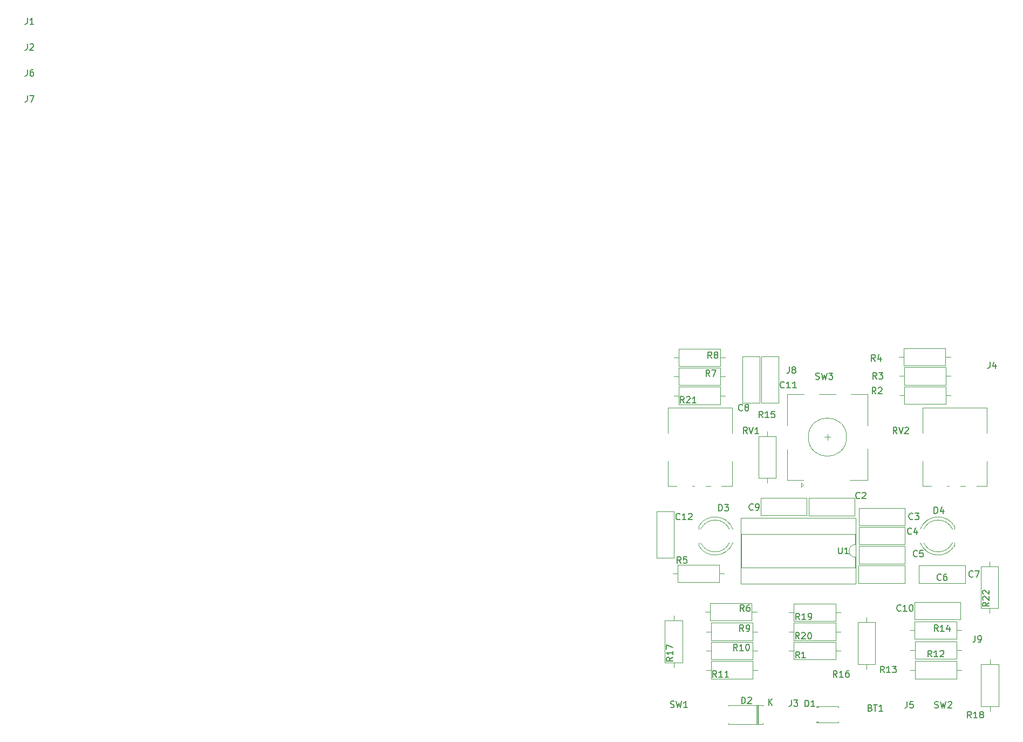
<source format=gbr>
%TF.GenerationSoftware,KiCad,Pcbnew,8.0.2-8.0.2-0~ubuntu22.04.1*%
%TF.CreationDate,2024-05-27T12:02:15+10:00*%
%TF.ProjectId,podal_1590b,706f6461-6c5f-4313-9539-30622e6b6963,0.3*%
%TF.SameCoordinates,Original*%
%TF.FileFunction,Legend,Top*%
%TF.FilePolarity,Positive*%
%FSLAX46Y46*%
G04 Gerber Fmt 4.6, Leading zero omitted, Abs format (unit mm)*
G04 Created by KiCad (PCBNEW 8.0.2-8.0.2-0~ubuntu22.04.1) date 2024-05-27 12:02:15*
%MOMM*%
%LPD*%
G01*
G04 APERTURE LIST*
%ADD10C,0.150000*%
%ADD11C,0.120000*%
G04 APERTURE END LIST*
D10*
X1441666Y-10929819D02*
X1441666Y-11644104D01*
X1441666Y-11644104D02*
X1394047Y-11786961D01*
X1394047Y-11786961D02*
X1298809Y-11882200D01*
X1298809Y-11882200D02*
X1155952Y-11929819D01*
X1155952Y-11929819D02*
X1060714Y-11929819D01*
X1822619Y-10929819D02*
X2489285Y-10929819D01*
X2489285Y-10929819D02*
X2060714Y-11929819D01*
X1441666Y-6879819D02*
X1441666Y-7594104D01*
X1441666Y-7594104D02*
X1394047Y-7736961D01*
X1394047Y-7736961D02*
X1298809Y-7832200D01*
X1298809Y-7832200D02*
X1155952Y-7879819D01*
X1155952Y-7879819D02*
X1060714Y-7879819D01*
X2346428Y-6879819D02*
X2155952Y-6879819D01*
X2155952Y-6879819D02*
X2060714Y-6927438D01*
X2060714Y-6927438D02*
X2013095Y-6975057D01*
X2013095Y-6975057D02*
X1917857Y-7117914D01*
X1917857Y-7117914D02*
X1870238Y-7308390D01*
X1870238Y-7308390D02*
X1870238Y-7689342D01*
X1870238Y-7689342D02*
X1917857Y-7784580D01*
X1917857Y-7784580D02*
X1965476Y-7832200D01*
X1965476Y-7832200D02*
X2060714Y-7879819D01*
X2060714Y-7879819D02*
X2251190Y-7879819D01*
X2251190Y-7879819D02*
X2346428Y-7832200D01*
X2346428Y-7832200D02*
X2394047Y-7784580D01*
X2394047Y-7784580D02*
X2441666Y-7689342D01*
X2441666Y-7689342D02*
X2441666Y-7451247D01*
X2441666Y-7451247D02*
X2394047Y-7356009D01*
X2394047Y-7356009D02*
X2346428Y-7308390D01*
X2346428Y-7308390D02*
X2251190Y-7260771D01*
X2251190Y-7260771D02*
X2060714Y-7260771D01*
X2060714Y-7260771D02*
X1965476Y-7308390D01*
X1965476Y-7308390D02*
X1917857Y-7356009D01*
X1917857Y-7356009D02*
X1870238Y-7451247D01*
X1441666Y-2829819D02*
X1441666Y-3544104D01*
X1441666Y-3544104D02*
X1394047Y-3686961D01*
X1394047Y-3686961D02*
X1298809Y-3782200D01*
X1298809Y-3782200D02*
X1155952Y-3829819D01*
X1155952Y-3829819D02*
X1060714Y-3829819D01*
X1870238Y-2925057D02*
X1917857Y-2877438D01*
X1917857Y-2877438D02*
X2013095Y-2829819D01*
X2013095Y-2829819D02*
X2251190Y-2829819D01*
X2251190Y-2829819D02*
X2346428Y-2877438D01*
X2346428Y-2877438D02*
X2394047Y-2925057D01*
X2394047Y-2925057D02*
X2441666Y-3020295D01*
X2441666Y-3020295D02*
X2441666Y-3115533D01*
X2441666Y-3115533D02*
X2394047Y-3258390D01*
X2394047Y-3258390D02*
X1822619Y-3829819D01*
X1822619Y-3829819D02*
X2441666Y-3829819D01*
X1441666Y1220180D02*
X1441666Y505895D01*
X1441666Y505895D02*
X1394047Y363038D01*
X1394047Y363038D02*
X1298809Y267800D01*
X1298809Y267800D02*
X1155952Y220180D01*
X1155952Y220180D02*
X1060714Y220180D01*
X2441666Y220180D02*
X1870238Y220180D01*
X2155952Y220180D02*
X2155952Y1220180D01*
X2155952Y1220180D02*
X2060714Y1077323D01*
X2060714Y1077323D02*
X1965476Y982085D01*
X1965476Y982085D02*
X1870238Y934466D01*
X113546950Y-106294386D02*
X113546950Y-105294386D01*
X113546950Y-105294386D02*
X113785045Y-105294386D01*
X113785045Y-105294386D02*
X113927902Y-105342005D01*
X113927902Y-105342005D02*
X114023140Y-105437243D01*
X114023140Y-105437243D02*
X114070759Y-105532481D01*
X114070759Y-105532481D02*
X114118378Y-105722957D01*
X114118378Y-105722957D02*
X114118378Y-105865814D01*
X114118378Y-105865814D02*
X114070759Y-106056290D01*
X114070759Y-106056290D02*
X114023140Y-106151528D01*
X114023140Y-106151528D02*
X113927902Y-106246767D01*
X113927902Y-106246767D02*
X113785045Y-106294386D01*
X113785045Y-106294386D02*
X113546950Y-106294386D01*
X114499331Y-105389624D02*
X114546950Y-105342005D01*
X114546950Y-105342005D02*
X114642188Y-105294386D01*
X114642188Y-105294386D02*
X114880283Y-105294386D01*
X114880283Y-105294386D02*
X114975521Y-105342005D01*
X114975521Y-105342005D02*
X115023140Y-105389624D01*
X115023140Y-105389624D02*
X115070759Y-105484862D01*
X115070759Y-105484862D02*
X115070759Y-105580100D01*
X115070759Y-105580100D02*
X115023140Y-105722957D01*
X115023140Y-105722957D02*
X114451712Y-106294386D01*
X114451712Y-106294386D02*
X115070759Y-106294386D01*
X117774373Y-106549425D02*
X117774373Y-105549425D01*
X118345801Y-106549425D02*
X117917230Y-105977996D01*
X118345801Y-105549425D02*
X117774373Y-106120853D01*
X109946021Y-76052343D02*
X109946021Y-75052343D01*
X109946021Y-75052343D02*
X110184116Y-75052343D01*
X110184116Y-75052343D02*
X110326973Y-75099962D01*
X110326973Y-75099962D02*
X110422211Y-75195200D01*
X110422211Y-75195200D02*
X110469830Y-75290438D01*
X110469830Y-75290438D02*
X110517449Y-75480914D01*
X110517449Y-75480914D02*
X110517449Y-75623771D01*
X110517449Y-75623771D02*
X110469830Y-75814247D01*
X110469830Y-75814247D02*
X110422211Y-75909485D01*
X110422211Y-75909485D02*
X110326973Y-76004724D01*
X110326973Y-76004724D02*
X110184116Y-76052343D01*
X110184116Y-76052343D02*
X109946021Y-76052343D01*
X110850783Y-75052343D02*
X111469830Y-75052343D01*
X111469830Y-75052343D02*
X111136497Y-75433295D01*
X111136497Y-75433295D02*
X111279354Y-75433295D01*
X111279354Y-75433295D02*
X111374592Y-75480914D01*
X111374592Y-75480914D02*
X111422211Y-75528533D01*
X111422211Y-75528533D02*
X111469830Y-75623771D01*
X111469830Y-75623771D02*
X111469830Y-75861866D01*
X111469830Y-75861866D02*
X111422211Y-75957104D01*
X111422211Y-75957104D02*
X111374592Y-76004724D01*
X111374592Y-76004724D02*
X111279354Y-76052343D01*
X111279354Y-76052343D02*
X110993640Y-76052343D01*
X110993640Y-76052343D02*
X110898402Y-76004724D01*
X110898402Y-76004724D02*
X110850783Y-75957104D01*
X128505567Y-102120851D02*
X128172234Y-101644660D01*
X127934139Y-102120851D02*
X127934139Y-101120851D01*
X127934139Y-101120851D02*
X128315091Y-101120851D01*
X128315091Y-101120851D02*
X128410329Y-101168470D01*
X128410329Y-101168470D02*
X128457948Y-101216089D01*
X128457948Y-101216089D02*
X128505567Y-101311327D01*
X128505567Y-101311327D02*
X128505567Y-101454184D01*
X128505567Y-101454184D02*
X128457948Y-101549422D01*
X128457948Y-101549422D02*
X128410329Y-101597041D01*
X128410329Y-101597041D02*
X128315091Y-101644660D01*
X128315091Y-101644660D02*
X127934139Y-101644660D01*
X129457948Y-102120851D02*
X128886520Y-102120851D01*
X129172234Y-102120851D02*
X129172234Y-101120851D01*
X129172234Y-101120851D02*
X129076996Y-101263708D01*
X129076996Y-101263708D02*
X128981758Y-101358946D01*
X128981758Y-101358946D02*
X128886520Y-101406565D01*
X130315091Y-101120851D02*
X130124615Y-101120851D01*
X130124615Y-101120851D02*
X130029377Y-101168470D01*
X130029377Y-101168470D02*
X129981758Y-101216089D01*
X129981758Y-101216089D02*
X129886520Y-101358946D01*
X129886520Y-101358946D02*
X129838901Y-101549422D01*
X129838901Y-101549422D02*
X129838901Y-101930374D01*
X129838901Y-101930374D02*
X129886520Y-102025612D01*
X129886520Y-102025612D02*
X129934139Y-102073232D01*
X129934139Y-102073232D02*
X130029377Y-102120851D01*
X130029377Y-102120851D02*
X130219853Y-102120851D01*
X130219853Y-102120851D02*
X130315091Y-102073232D01*
X130315091Y-102073232D02*
X130362710Y-102025612D01*
X130362710Y-102025612D02*
X130410329Y-101930374D01*
X130410329Y-101930374D02*
X130410329Y-101692279D01*
X130410329Y-101692279D02*
X130362710Y-101597041D01*
X130362710Y-101597041D02*
X130315091Y-101549422D01*
X130315091Y-101549422D02*
X130219853Y-101501803D01*
X130219853Y-101501803D02*
X130029377Y-101501803D01*
X130029377Y-101501803D02*
X129934139Y-101549422D01*
X129934139Y-101549422D02*
X129886520Y-101597041D01*
X129886520Y-101597041D02*
X129838901Y-101692279D01*
X135903289Y-101407245D02*
X135569956Y-100931054D01*
X135331861Y-101407245D02*
X135331861Y-100407245D01*
X135331861Y-100407245D02*
X135712813Y-100407245D01*
X135712813Y-100407245D02*
X135808051Y-100454864D01*
X135808051Y-100454864D02*
X135855670Y-100502483D01*
X135855670Y-100502483D02*
X135903289Y-100597721D01*
X135903289Y-100597721D02*
X135903289Y-100740578D01*
X135903289Y-100740578D02*
X135855670Y-100835816D01*
X135855670Y-100835816D02*
X135808051Y-100883435D01*
X135808051Y-100883435D02*
X135712813Y-100931054D01*
X135712813Y-100931054D02*
X135331861Y-100931054D01*
X136855670Y-101407245D02*
X136284242Y-101407245D01*
X136569956Y-101407245D02*
X136569956Y-100407245D01*
X136569956Y-100407245D02*
X136474718Y-100550102D01*
X136474718Y-100550102D02*
X136379480Y-100645340D01*
X136379480Y-100645340D02*
X136284242Y-100692959D01*
X137189004Y-100407245D02*
X137808051Y-100407245D01*
X137808051Y-100407245D02*
X137474718Y-100788197D01*
X137474718Y-100788197D02*
X137617575Y-100788197D01*
X137617575Y-100788197D02*
X137712813Y-100835816D01*
X137712813Y-100835816D02*
X137760432Y-100883435D01*
X137760432Y-100883435D02*
X137808051Y-100978673D01*
X137808051Y-100978673D02*
X137808051Y-101216768D01*
X137808051Y-101216768D02*
X137760432Y-101312006D01*
X137760432Y-101312006D02*
X137712813Y-101359626D01*
X137712813Y-101359626D02*
X137617575Y-101407245D01*
X137617575Y-101407245D02*
X137331861Y-101407245D01*
X137331861Y-101407245D02*
X137236623Y-101359626D01*
X137236623Y-101359626D02*
X137189004Y-101312006D01*
X115333333Y-75859580D02*
X115285714Y-75907200D01*
X115285714Y-75907200D02*
X115142857Y-75954819D01*
X115142857Y-75954819D02*
X115047619Y-75954819D01*
X115047619Y-75954819D02*
X114904762Y-75907200D01*
X114904762Y-75907200D02*
X114809524Y-75811961D01*
X114809524Y-75811961D02*
X114761905Y-75716723D01*
X114761905Y-75716723D02*
X114714286Y-75526247D01*
X114714286Y-75526247D02*
X114714286Y-75383390D01*
X114714286Y-75383390D02*
X114761905Y-75192914D01*
X114761905Y-75192914D02*
X114809524Y-75097676D01*
X114809524Y-75097676D02*
X114904762Y-75002438D01*
X114904762Y-75002438D02*
X115047619Y-74954819D01*
X115047619Y-74954819D02*
X115142857Y-74954819D01*
X115142857Y-74954819D02*
X115285714Y-75002438D01*
X115285714Y-75002438D02*
X115333333Y-75050057D01*
X115809524Y-75954819D02*
X116000000Y-75954819D01*
X116000000Y-75954819D02*
X116095238Y-75907200D01*
X116095238Y-75907200D02*
X116142857Y-75859580D01*
X116142857Y-75859580D02*
X116238095Y-75716723D01*
X116238095Y-75716723D02*
X116285714Y-75526247D01*
X116285714Y-75526247D02*
X116285714Y-75145295D01*
X116285714Y-75145295D02*
X116238095Y-75050057D01*
X116238095Y-75050057D02*
X116190476Y-75002438D01*
X116190476Y-75002438D02*
X116095238Y-74954819D01*
X116095238Y-74954819D02*
X115904762Y-74954819D01*
X115904762Y-74954819D02*
X115809524Y-75002438D01*
X115809524Y-75002438D02*
X115761905Y-75050057D01*
X115761905Y-75050057D02*
X115714286Y-75145295D01*
X115714286Y-75145295D02*
X115714286Y-75383390D01*
X115714286Y-75383390D02*
X115761905Y-75478628D01*
X115761905Y-75478628D02*
X115809524Y-75526247D01*
X115809524Y-75526247D02*
X115904762Y-75573866D01*
X115904762Y-75573866D02*
X116095238Y-75573866D01*
X116095238Y-75573866D02*
X116190476Y-75526247D01*
X116190476Y-75526247D02*
X116238095Y-75478628D01*
X116238095Y-75478628D02*
X116285714Y-75383390D01*
X134505554Y-52579468D02*
X134172221Y-52103277D01*
X133934126Y-52579468D02*
X133934126Y-51579468D01*
X133934126Y-51579468D02*
X134315078Y-51579468D01*
X134315078Y-51579468D02*
X134410316Y-51627087D01*
X134410316Y-51627087D02*
X134457935Y-51674706D01*
X134457935Y-51674706D02*
X134505554Y-51769944D01*
X134505554Y-51769944D02*
X134505554Y-51912801D01*
X134505554Y-51912801D02*
X134457935Y-52008039D01*
X134457935Y-52008039D02*
X134410316Y-52055658D01*
X134410316Y-52055658D02*
X134315078Y-52103277D01*
X134315078Y-52103277D02*
X133934126Y-52103277D01*
X135362697Y-51912801D02*
X135362697Y-52579468D01*
X135124602Y-51531849D02*
X134886507Y-52246134D01*
X134886507Y-52246134D02*
X135505554Y-52246134D01*
X121009666Y-53487340D02*
X121009666Y-54201625D01*
X121009666Y-54201625D02*
X120962047Y-54344482D01*
X120962047Y-54344482D02*
X120866809Y-54439721D01*
X120866809Y-54439721D02*
X120723952Y-54487340D01*
X120723952Y-54487340D02*
X120628714Y-54487340D01*
X121628714Y-53915911D02*
X121533476Y-53868292D01*
X121533476Y-53868292D02*
X121485857Y-53820673D01*
X121485857Y-53820673D02*
X121438238Y-53725435D01*
X121438238Y-53725435D02*
X121438238Y-53677816D01*
X121438238Y-53677816D02*
X121485857Y-53582578D01*
X121485857Y-53582578D02*
X121533476Y-53534959D01*
X121533476Y-53534959D02*
X121628714Y-53487340D01*
X121628714Y-53487340D02*
X121819190Y-53487340D01*
X121819190Y-53487340D02*
X121914428Y-53534959D01*
X121914428Y-53534959D02*
X121962047Y-53582578D01*
X121962047Y-53582578D02*
X122009666Y-53677816D01*
X122009666Y-53677816D02*
X122009666Y-53725435D01*
X122009666Y-53725435D02*
X121962047Y-53820673D01*
X121962047Y-53820673D02*
X121914428Y-53868292D01*
X121914428Y-53868292D02*
X121819190Y-53915911D01*
X121819190Y-53915911D02*
X121628714Y-53915911D01*
X121628714Y-53915911D02*
X121533476Y-53963530D01*
X121533476Y-53963530D02*
X121485857Y-54011149D01*
X121485857Y-54011149D02*
X121438238Y-54106387D01*
X121438238Y-54106387D02*
X121438238Y-54296863D01*
X121438238Y-54296863D02*
X121485857Y-54392101D01*
X121485857Y-54392101D02*
X121533476Y-54439721D01*
X121533476Y-54439721D02*
X121628714Y-54487340D01*
X121628714Y-54487340D02*
X121819190Y-54487340D01*
X121819190Y-54487340D02*
X121914428Y-54439721D01*
X121914428Y-54439721D02*
X121962047Y-54392101D01*
X121962047Y-54392101D02*
X122009666Y-54296863D01*
X122009666Y-54296863D02*
X122009666Y-54106387D01*
X122009666Y-54106387D02*
X121962047Y-54011149D01*
X121962047Y-54011149D02*
X121914428Y-53963530D01*
X121914428Y-53963530D02*
X121819190Y-53915911D01*
X149833333Y-86359580D02*
X149785714Y-86407200D01*
X149785714Y-86407200D02*
X149642857Y-86454819D01*
X149642857Y-86454819D02*
X149547619Y-86454819D01*
X149547619Y-86454819D02*
X149404762Y-86407200D01*
X149404762Y-86407200D02*
X149309524Y-86311961D01*
X149309524Y-86311961D02*
X149261905Y-86216723D01*
X149261905Y-86216723D02*
X149214286Y-86026247D01*
X149214286Y-86026247D02*
X149214286Y-85883390D01*
X149214286Y-85883390D02*
X149261905Y-85692914D01*
X149261905Y-85692914D02*
X149309524Y-85597676D01*
X149309524Y-85597676D02*
X149404762Y-85502438D01*
X149404762Y-85502438D02*
X149547619Y-85454819D01*
X149547619Y-85454819D02*
X149642857Y-85454819D01*
X149642857Y-85454819D02*
X149785714Y-85502438D01*
X149785714Y-85502438D02*
X149833333Y-85550057D01*
X150166667Y-85454819D02*
X150833333Y-85454819D01*
X150833333Y-85454819D02*
X150404762Y-86454819D01*
X138521077Y-91685821D02*
X138473458Y-91733441D01*
X138473458Y-91733441D02*
X138330601Y-91781060D01*
X138330601Y-91781060D02*
X138235363Y-91781060D01*
X138235363Y-91781060D02*
X138092506Y-91733441D01*
X138092506Y-91733441D02*
X137997268Y-91638202D01*
X137997268Y-91638202D02*
X137949649Y-91542964D01*
X137949649Y-91542964D02*
X137902030Y-91352488D01*
X137902030Y-91352488D02*
X137902030Y-91209631D01*
X137902030Y-91209631D02*
X137949649Y-91019155D01*
X137949649Y-91019155D02*
X137997268Y-90923917D01*
X137997268Y-90923917D02*
X138092506Y-90828679D01*
X138092506Y-90828679D02*
X138235363Y-90781060D01*
X138235363Y-90781060D02*
X138330601Y-90781060D01*
X138330601Y-90781060D02*
X138473458Y-90828679D01*
X138473458Y-90828679D02*
X138521077Y-90876298D01*
X139473458Y-91781060D02*
X138902030Y-91781060D01*
X139187744Y-91781060D02*
X139187744Y-90781060D01*
X139187744Y-90781060D02*
X139092506Y-90923917D01*
X139092506Y-90923917D02*
X138997268Y-91019155D01*
X138997268Y-91019155D02*
X138902030Y-91066774D01*
X140092506Y-90781060D02*
X140187744Y-90781060D01*
X140187744Y-90781060D02*
X140282982Y-90828679D01*
X140282982Y-90828679D02*
X140330601Y-90876298D01*
X140330601Y-90876298D02*
X140378220Y-90971536D01*
X140378220Y-90971536D02*
X140425839Y-91162012D01*
X140425839Y-91162012D02*
X140425839Y-91400107D01*
X140425839Y-91400107D02*
X140378220Y-91590583D01*
X140378220Y-91590583D02*
X140330601Y-91685821D01*
X140330601Y-91685821D02*
X140282982Y-91733441D01*
X140282982Y-91733441D02*
X140187744Y-91781060D01*
X140187744Y-91781060D02*
X140092506Y-91781060D01*
X140092506Y-91781060D02*
X139997268Y-91733441D01*
X139997268Y-91733441D02*
X139949649Y-91685821D01*
X139949649Y-91685821D02*
X139902030Y-91590583D01*
X139902030Y-91590583D02*
X139854411Y-91400107D01*
X139854411Y-91400107D02*
X139854411Y-91162012D01*
X139854411Y-91162012D02*
X139902030Y-90971536D01*
X139902030Y-90971536D02*
X139949649Y-90876298D01*
X139949649Y-90876298D02*
X139997268Y-90828679D01*
X139997268Y-90828679D02*
X140092506Y-90781060D01*
X149574098Y-108525236D02*
X149240765Y-108049045D01*
X149002670Y-108525236D02*
X149002670Y-107525236D01*
X149002670Y-107525236D02*
X149383622Y-107525236D01*
X149383622Y-107525236D02*
X149478860Y-107572855D01*
X149478860Y-107572855D02*
X149526479Y-107620474D01*
X149526479Y-107620474D02*
X149574098Y-107715712D01*
X149574098Y-107715712D02*
X149574098Y-107858569D01*
X149574098Y-107858569D02*
X149526479Y-107953807D01*
X149526479Y-107953807D02*
X149478860Y-108001426D01*
X149478860Y-108001426D02*
X149383622Y-108049045D01*
X149383622Y-108049045D02*
X149002670Y-108049045D01*
X150526479Y-108525236D02*
X149955051Y-108525236D01*
X150240765Y-108525236D02*
X150240765Y-107525236D01*
X150240765Y-107525236D02*
X150145527Y-107668093D01*
X150145527Y-107668093D02*
X150050289Y-107763331D01*
X150050289Y-107763331D02*
X149955051Y-107810950D01*
X151097908Y-107953807D02*
X151002670Y-107906188D01*
X151002670Y-107906188D02*
X150955051Y-107858569D01*
X150955051Y-107858569D02*
X150907432Y-107763331D01*
X150907432Y-107763331D02*
X150907432Y-107715712D01*
X150907432Y-107715712D02*
X150955051Y-107620474D01*
X150955051Y-107620474D02*
X151002670Y-107572855D01*
X151002670Y-107572855D02*
X151097908Y-107525236D01*
X151097908Y-107525236D02*
X151288384Y-107525236D01*
X151288384Y-107525236D02*
X151383622Y-107572855D01*
X151383622Y-107572855D02*
X151431241Y-107620474D01*
X151431241Y-107620474D02*
X151478860Y-107715712D01*
X151478860Y-107715712D02*
X151478860Y-107763331D01*
X151478860Y-107763331D02*
X151431241Y-107858569D01*
X151431241Y-107858569D02*
X151383622Y-107906188D01*
X151383622Y-107906188D02*
X151288384Y-107953807D01*
X151288384Y-107953807D02*
X151097908Y-107953807D01*
X151097908Y-107953807D02*
X151002670Y-108001426D01*
X151002670Y-108001426D02*
X150955051Y-108049045D01*
X150955051Y-108049045D02*
X150907432Y-108144283D01*
X150907432Y-108144283D02*
X150907432Y-108334759D01*
X150907432Y-108334759D02*
X150955051Y-108429997D01*
X150955051Y-108429997D02*
X151002670Y-108477617D01*
X151002670Y-108477617D02*
X151097908Y-108525236D01*
X151097908Y-108525236D02*
X151288384Y-108525236D01*
X151288384Y-108525236D02*
X151383622Y-108477617D01*
X151383622Y-108477617D02*
X151431241Y-108429997D01*
X151431241Y-108429997D02*
X151478860Y-108334759D01*
X151478860Y-108334759D02*
X151478860Y-108144283D01*
X151478860Y-108144283D02*
X151431241Y-108049045D01*
X151431241Y-108049045D02*
X151383622Y-108001426D01*
X151383622Y-108001426D02*
X151288384Y-107953807D01*
X122634029Y-93111337D02*
X122300696Y-92635146D01*
X122062601Y-93111337D02*
X122062601Y-92111337D01*
X122062601Y-92111337D02*
X122443553Y-92111337D01*
X122443553Y-92111337D02*
X122538791Y-92158956D01*
X122538791Y-92158956D02*
X122586410Y-92206575D01*
X122586410Y-92206575D02*
X122634029Y-92301813D01*
X122634029Y-92301813D02*
X122634029Y-92444670D01*
X122634029Y-92444670D02*
X122586410Y-92539908D01*
X122586410Y-92539908D02*
X122538791Y-92587527D01*
X122538791Y-92587527D02*
X122443553Y-92635146D01*
X122443553Y-92635146D02*
X122062601Y-92635146D01*
X123586410Y-93111337D02*
X123014982Y-93111337D01*
X123300696Y-93111337D02*
X123300696Y-92111337D01*
X123300696Y-92111337D02*
X123205458Y-92254194D01*
X123205458Y-92254194D02*
X123110220Y-92349432D01*
X123110220Y-92349432D02*
X123014982Y-92397051D01*
X124062601Y-93111337D02*
X124253077Y-93111337D01*
X124253077Y-93111337D02*
X124348315Y-93063718D01*
X124348315Y-93063718D02*
X124395934Y-93016098D01*
X124395934Y-93016098D02*
X124491172Y-92873241D01*
X124491172Y-92873241D02*
X124538791Y-92682765D01*
X124538791Y-92682765D02*
X124538791Y-92301813D01*
X124538791Y-92301813D02*
X124491172Y-92206575D01*
X124491172Y-92206575D02*
X124443553Y-92158956D01*
X124443553Y-92158956D02*
X124348315Y-92111337D01*
X124348315Y-92111337D02*
X124157839Y-92111337D01*
X124157839Y-92111337D02*
X124062601Y-92158956D01*
X124062601Y-92158956D02*
X124014982Y-92206575D01*
X124014982Y-92206575D02*
X123967363Y-92301813D01*
X123967363Y-92301813D02*
X123967363Y-92539908D01*
X123967363Y-92539908D02*
X124014982Y-92635146D01*
X124014982Y-92635146D02*
X124062601Y-92682765D01*
X124062601Y-92682765D02*
X124157839Y-92730384D01*
X124157839Y-92730384D02*
X124348315Y-92730384D01*
X124348315Y-92730384D02*
X124443553Y-92682765D01*
X124443553Y-92682765D02*
X124491172Y-92635146D01*
X124491172Y-92635146D02*
X124538791Y-92539908D01*
X123500433Y-106743853D02*
X123500433Y-105743853D01*
X123500433Y-105743853D02*
X123738528Y-105743853D01*
X123738528Y-105743853D02*
X123881385Y-105791472D01*
X123881385Y-105791472D02*
X123976623Y-105886710D01*
X123976623Y-105886710D02*
X124024242Y-105981948D01*
X124024242Y-105981948D02*
X124071861Y-106172424D01*
X124071861Y-106172424D02*
X124071861Y-106315281D01*
X124071861Y-106315281D02*
X124024242Y-106505757D01*
X124024242Y-106505757D02*
X123976623Y-106600995D01*
X123976623Y-106600995D02*
X123881385Y-106696234D01*
X123881385Y-106696234D02*
X123738528Y-106743853D01*
X123738528Y-106743853D02*
X123500433Y-106743853D01*
X125024242Y-106743853D02*
X124452814Y-106743853D01*
X124738528Y-106743853D02*
X124738528Y-105743853D01*
X124738528Y-105743853D02*
X124643290Y-105886710D01*
X124643290Y-105886710D02*
X124548052Y-105981948D01*
X124548052Y-105981948D02*
X124452814Y-106029567D01*
X113833333Y-94954819D02*
X113500000Y-94478628D01*
X113261905Y-94954819D02*
X113261905Y-93954819D01*
X113261905Y-93954819D02*
X113642857Y-93954819D01*
X113642857Y-93954819D02*
X113738095Y-94002438D01*
X113738095Y-94002438D02*
X113785714Y-94050057D01*
X113785714Y-94050057D02*
X113833333Y-94145295D01*
X113833333Y-94145295D02*
X113833333Y-94288152D01*
X113833333Y-94288152D02*
X113785714Y-94383390D01*
X113785714Y-94383390D02*
X113738095Y-94431009D01*
X113738095Y-94431009D02*
X113642857Y-94478628D01*
X113642857Y-94478628D02*
X113261905Y-94478628D01*
X114309524Y-94954819D02*
X114500000Y-94954819D01*
X114500000Y-94954819D02*
X114595238Y-94907200D01*
X114595238Y-94907200D02*
X114642857Y-94859580D01*
X114642857Y-94859580D02*
X114738095Y-94716723D01*
X114738095Y-94716723D02*
X114785714Y-94526247D01*
X114785714Y-94526247D02*
X114785714Y-94145295D01*
X114785714Y-94145295D02*
X114738095Y-94050057D01*
X114738095Y-94050057D02*
X114690476Y-94002438D01*
X114690476Y-94002438D02*
X114595238Y-93954819D01*
X114595238Y-93954819D02*
X114404762Y-93954819D01*
X114404762Y-93954819D02*
X114309524Y-94002438D01*
X114309524Y-94002438D02*
X114261905Y-94050057D01*
X114261905Y-94050057D02*
X114214286Y-94145295D01*
X114214286Y-94145295D02*
X114214286Y-94383390D01*
X114214286Y-94383390D02*
X114261905Y-94478628D01*
X114261905Y-94478628D02*
X114309524Y-94526247D01*
X114309524Y-94526247D02*
X114404762Y-94573866D01*
X114404762Y-94573866D02*
X114595238Y-94573866D01*
X114595238Y-94573866D02*
X114690476Y-94526247D01*
X114690476Y-94526247D02*
X114738095Y-94478628D01*
X114738095Y-94478628D02*
X114785714Y-94383390D01*
X140393010Y-77332718D02*
X140345391Y-77380338D01*
X140345391Y-77380338D02*
X140202534Y-77427957D01*
X140202534Y-77427957D02*
X140107296Y-77427957D01*
X140107296Y-77427957D02*
X139964439Y-77380338D01*
X139964439Y-77380338D02*
X139869201Y-77285099D01*
X139869201Y-77285099D02*
X139821582Y-77189861D01*
X139821582Y-77189861D02*
X139773963Y-76999385D01*
X139773963Y-76999385D02*
X139773963Y-76856528D01*
X139773963Y-76856528D02*
X139821582Y-76666052D01*
X139821582Y-76666052D02*
X139869201Y-76570814D01*
X139869201Y-76570814D02*
X139964439Y-76475576D01*
X139964439Y-76475576D02*
X140107296Y-76427957D01*
X140107296Y-76427957D02*
X140202534Y-76427957D01*
X140202534Y-76427957D02*
X140345391Y-76475576D01*
X140345391Y-76475576D02*
X140393010Y-76523195D01*
X140726344Y-76427957D02*
X141345391Y-76427957D01*
X141345391Y-76427957D02*
X141012058Y-76808909D01*
X141012058Y-76808909D02*
X141154915Y-76808909D01*
X141154915Y-76808909D02*
X141250153Y-76856528D01*
X141250153Y-76856528D02*
X141297772Y-76904147D01*
X141297772Y-76904147D02*
X141345391Y-76999385D01*
X141345391Y-76999385D02*
X141345391Y-77237480D01*
X141345391Y-77237480D02*
X141297772Y-77332718D01*
X141297772Y-77332718D02*
X141250153Y-77380338D01*
X141250153Y-77380338D02*
X141154915Y-77427957D01*
X141154915Y-77427957D02*
X140869201Y-77427957D01*
X140869201Y-77427957D02*
X140773963Y-77380338D01*
X140773963Y-77380338D02*
X140726344Y-77332718D01*
X150166921Y-95648660D02*
X150166921Y-96362945D01*
X150166921Y-96362945D02*
X150119302Y-96505802D01*
X150119302Y-96505802D02*
X150024064Y-96601041D01*
X150024064Y-96601041D02*
X149881207Y-96648660D01*
X149881207Y-96648660D02*
X149785969Y-96648660D01*
X150690731Y-96648660D02*
X150881207Y-96648660D01*
X150881207Y-96648660D02*
X150976445Y-96601041D01*
X150976445Y-96601041D02*
X151024064Y-96553421D01*
X151024064Y-96553421D02*
X151119302Y-96410564D01*
X151119302Y-96410564D02*
X151166921Y-96220088D01*
X151166921Y-96220088D02*
X151166921Y-95839136D01*
X151166921Y-95839136D02*
X151119302Y-95743898D01*
X151119302Y-95743898D02*
X151071683Y-95696279D01*
X151071683Y-95696279D02*
X150976445Y-95648660D01*
X150976445Y-95648660D02*
X150785969Y-95648660D01*
X150785969Y-95648660D02*
X150690731Y-95696279D01*
X150690731Y-95696279D02*
X150643112Y-95743898D01*
X150643112Y-95743898D02*
X150595493Y-95839136D01*
X150595493Y-95839136D02*
X150595493Y-96077231D01*
X150595493Y-96077231D02*
X150643112Y-96172469D01*
X150643112Y-96172469D02*
X150690731Y-96220088D01*
X150690731Y-96220088D02*
X150785969Y-96267707D01*
X150785969Y-96267707D02*
X150976445Y-96267707D01*
X150976445Y-96267707D02*
X151071683Y-96220088D01*
X151071683Y-96220088D02*
X151119302Y-96172469D01*
X151119302Y-96172469D02*
X151166921Y-96077231D01*
X139501023Y-105954819D02*
X139501023Y-106669104D01*
X139501023Y-106669104D02*
X139453404Y-106811961D01*
X139453404Y-106811961D02*
X139358166Y-106907200D01*
X139358166Y-106907200D02*
X139215309Y-106954819D01*
X139215309Y-106954819D02*
X139120071Y-106954819D01*
X140453404Y-105954819D02*
X139977214Y-105954819D01*
X139977214Y-105954819D02*
X139929595Y-106431009D01*
X139929595Y-106431009D02*
X139977214Y-106383390D01*
X139977214Y-106383390D02*
X140072452Y-106335771D01*
X140072452Y-106335771D02*
X140310547Y-106335771D01*
X140310547Y-106335771D02*
X140405785Y-106383390D01*
X140405785Y-106383390D02*
X140453404Y-106431009D01*
X140453404Y-106431009D02*
X140501023Y-106526247D01*
X140501023Y-106526247D02*
X140501023Y-106764342D01*
X140501023Y-106764342D02*
X140453404Y-106859580D01*
X140453404Y-106859580D02*
X140405785Y-106907200D01*
X140405785Y-106907200D02*
X140310547Y-106954819D01*
X140310547Y-106954819D02*
X140072452Y-106954819D01*
X140072452Y-106954819D02*
X139977214Y-106907200D01*
X139977214Y-106907200D02*
X139929595Y-106859580D01*
X143761905Y-76454819D02*
X143761905Y-75454819D01*
X143761905Y-75454819D02*
X144000000Y-75454819D01*
X144000000Y-75454819D02*
X144142857Y-75502438D01*
X144142857Y-75502438D02*
X144238095Y-75597676D01*
X144238095Y-75597676D02*
X144285714Y-75692914D01*
X144285714Y-75692914D02*
X144333333Y-75883390D01*
X144333333Y-75883390D02*
X144333333Y-76026247D01*
X144333333Y-76026247D02*
X144285714Y-76216723D01*
X144285714Y-76216723D02*
X144238095Y-76311961D01*
X144238095Y-76311961D02*
X144142857Y-76407200D01*
X144142857Y-76407200D02*
X144000000Y-76454819D01*
X144000000Y-76454819D02*
X143761905Y-76454819D01*
X145190476Y-75788152D02*
X145190476Y-76454819D01*
X144952381Y-75407200D02*
X144714286Y-76121485D01*
X144714286Y-76121485D02*
X145333333Y-76121485D01*
X152353017Y-90425447D02*
X151876826Y-90758780D01*
X152353017Y-90996875D02*
X151353017Y-90996875D01*
X151353017Y-90996875D02*
X151353017Y-90615923D01*
X151353017Y-90615923D02*
X151400636Y-90520685D01*
X151400636Y-90520685D02*
X151448255Y-90473066D01*
X151448255Y-90473066D02*
X151543493Y-90425447D01*
X151543493Y-90425447D02*
X151686350Y-90425447D01*
X151686350Y-90425447D02*
X151781588Y-90473066D01*
X151781588Y-90473066D02*
X151829207Y-90520685D01*
X151829207Y-90520685D02*
X151876826Y-90615923D01*
X151876826Y-90615923D02*
X151876826Y-90996875D01*
X151448255Y-90044494D02*
X151400636Y-89996875D01*
X151400636Y-89996875D02*
X151353017Y-89901637D01*
X151353017Y-89901637D02*
X151353017Y-89663542D01*
X151353017Y-89663542D02*
X151400636Y-89568304D01*
X151400636Y-89568304D02*
X151448255Y-89520685D01*
X151448255Y-89520685D02*
X151543493Y-89473066D01*
X151543493Y-89473066D02*
X151638731Y-89473066D01*
X151638731Y-89473066D02*
X151781588Y-89520685D01*
X151781588Y-89520685D02*
X152353017Y-90092113D01*
X152353017Y-90092113D02*
X152353017Y-89473066D01*
X151448255Y-89092113D02*
X151400636Y-89044494D01*
X151400636Y-89044494D02*
X151353017Y-88949256D01*
X151353017Y-88949256D02*
X151353017Y-88711161D01*
X151353017Y-88711161D02*
X151400636Y-88615923D01*
X151400636Y-88615923D02*
X151448255Y-88568304D01*
X151448255Y-88568304D02*
X151543493Y-88520685D01*
X151543493Y-88520685D02*
X151638731Y-88520685D01*
X151638731Y-88520685D02*
X151781588Y-88568304D01*
X151781588Y-88568304D02*
X152353017Y-89139732D01*
X152353017Y-89139732D02*
X152353017Y-88520685D01*
X108539334Y-54969566D02*
X108206001Y-54493375D01*
X107967906Y-54969566D02*
X107967906Y-53969566D01*
X107967906Y-53969566D02*
X108348858Y-53969566D01*
X108348858Y-53969566D02*
X108444096Y-54017185D01*
X108444096Y-54017185D02*
X108491715Y-54064804D01*
X108491715Y-54064804D02*
X108539334Y-54160042D01*
X108539334Y-54160042D02*
X108539334Y-54302899D01*
X108539334Y-54302899D02*
X108491715Y-54398137D01*
X108491715Y-54398137D02*
X108444096Y-54445756D01*
X108444096Y-54445756D02*
X108348858Y-54493375D01*
X108348858Y-54493375D02*
X107967906Y-54493375D01*
X108872668Y-53969566D02*
X109539334Y-53969566D01*
X109539334Y-53969566D02*
X109110763Y-54969566D01*
X144357142Y-94954819D02*
X144023809Y-94478628D01*
X143785714Y-94954819D02*
X143785714Y-93954819D01*
X143785714Y-93954819D02*
X144166666Y-93954819D01*
X144166666Y-93954819D02*
X144261904Y-94002438D01*
X144261904Y-94002438D02*
X144309523Y-94050057D01*
X144309523Y-94050057D02*
X144357142Y-94145295D01*
X144357142Y-94145295D02*
X144357142Y-94288152D01*
X144357142Y-94288152D02*
X144309523Y-94383390D01*
X144309523Y-94383390D02*
X144261904Y-94431009D01*
X144261904Y-94431009D02*
X144166666Y-94478628D01*
X144166666Y-94478628D02*
X143785714Y-94478628D01*
X145309523Y-94954819D02*
X144738095Y-94954819D01*
X145023809Y-94954819D02*
X145023809Y-93954819D01*
X145023809Y-93954819D02*
X144928571Y-94097676D01*
X144928571Y-94097676D02*
X144833333Y-94192914D01*
X144833333Y-94192914D02*
X144738095Y-94240533D01*
X146166666Y-94288152D02*
X146166666Y-94954819D01*
X145928571Y-93907200D02*
X145690476Y-94621485D01*
X145690476Y-94621485D02*
X146309523Y-94621485D01*
X137904761Y-63954819D02*
X137571428Y-63478628D01*
X137333333Y-63954819D02*
X137333333Y-62954819D01*
X137333333Y-62954819D02*
X137714285Y-62954819D01*
X137714285Y-62954819D02*
X137809523Y-63002438D01*
X137809523Y-63002438D02*
X137857142Y-63050057D01*
X137857142Y-63050057D02*
X137904761Y-63145295D01*
X137904761Y-63145295D02*
X137904761Y-63288152D01*
X137904761Y-63288152D02*
X137857142Y-63383390D01*
X137857142Y-63383390D02*
X137809523Y-63431009D01*
X137809523Y-63431009D02*
X137714285Y-63478628D01*
X137714285Y-63478628D02*
X137333333Y-63478628D01*
X138190476Y-62954819D02*
X138523809Y-63954819D01*
X138523809Y-63954819D02*
X138857142Y-62954819D01*
X139142857Y-63050057D02*
X139190476Y-63002438D01*
X139190476Y-63002438D02*
X139285714Y-62954819D01*
X139285714Y-62954819D02*
X139523809Y-62954819D01*
X139523809Y-62954819D02*
X139619047Y-63002438D01*
X139619047Y-63002438D02*
X139666666Y-63050057D01*
X139666666Y-63050057D02*
X139714285Y-63145295D01*
X139714285Y-63145295D02*
X139714285Y-63240533D01*
X139714285Y-63240533D02*
X139666666Y-63383390D01*
X139666666Y-63383390D02*
X139095238Y-63954819D01*
X139095238Y-63954819D02*
X139714285Y-63954819D01*
X122576940Y-96137029D02*
X122243607Y-95660838D01*
X122005512Y-96137029D02*
X122005512Y-95137029D01*
X122005512Y-95137029D02*
X122386464Y-95137029D01*
X122386464Y-95137029D02*
X122481702Y-95184648D01*
X122481702Y-95184648D02*
X122529321Y-95232267D01*
X122529321Y-95232267D02*
X122576940Y-95327505D01*
X122576940Y-95327505D02*
X122576940Y-95470362D01*
X122576940Y-95470362D02*
X122529321Y-95565600D01*
X122529321Y-95565600D02*
X122481702Y-95613219D01*
X122481702Y-95613219D02*
X122386464Y-95660838D01*
X122386464Y-95660838D02*
X122005512Y-95660838D01*
X122957893Y-95232267D02*
X123005512Y-95184648D01*
X123005512Y-95184648D02*
X123100750Y-95137029D01*
X123100750Y-95137029D02*
X123338845Y-95137029D01*
X123338845Y-95137029D02*
X123434083Y-95184648D01*
X123434083Y-95184648D02*
X123481702Y-95232267D01*
X123481702Y-95232267D02*
X123529321Y-95327505D01*
X123529321Y-95327505D02*
X123529321Y-95422743D01*
X123529321Y-95422743D02*
X123481702Y-95565600D01*
X123481702Y-95565600D02*
X122910274Y-96137029D01*
X122910274Y-96137029D02*
X123529321Y-96137029D01*
X124148369Y-95137029D02*
X124243607Y-95137029D01*
X124243607Y-95137029D02*
X124338845Y-95184648D01*
X124338845Y-95184648D02*
X124386464Y-95232267D01*
X124386464Y-95232267D02*
X124434083Y-95327505D01*
X124434083Y-95327505D02*
X124481702Y-95517981D01*
X124481702Y-95517981D02*
X124481702Y-95756076D01*
X124481702Y-95756076D02*
X124434083Y-95946552D01*
X124434083Y-95946552D02*
X124386464Y-96041790D01*
X124386464Y-96041790D02*
X124338845Y-96089410D01*
X124338845Y-96089410D02*
X124243607Y-96137029D01*
X124243607Y-96137029D02*
X124148369Y-96137029D01*
X124148369Y-96137029D02*
X124053131Y-96089410D01*
X124053131Y-96089410D02*
X124005512Y-96041790D01*
X124005512Y-96041790D02*
X123957893Y-95946552D01*
X123957893Y-95946552D02*
X123910274Y-95756076D01*
X123910274Y-95756076D02*
X123910274Y-95517981D01*
X123910274Y-95517981D02*
X123957893Y-95327505D01*
X123957893Y-95327505D02*
X124005512Y-95232267D01*
X124005512Y-95232267D02*
X124053131Y-95184648D01*
X124053131Y-95184648D02*
X124148369Y-95137029D01*
X134711073Y-55388224D02*
X134377740Y-54912033D01*
X134139645Y-55388224D02*
X134139645Y-54388224D01*
X134139645Y-54388224D02*
X134520597Y-54388224D01*
X134520597Y-54388224D02*
X134615835Y-54435843D01*
X134615835Y-54435843D02*
X134663454Y-54483462D01*
X134663454Y-54483462D02*
X134711073Y-54578700D01*
X134711073Y-54578700D02*
X134711073Y-54721557D01*
X134711073Y-54721557D02*
X134663454Y-54816795D01*
X134663454Y-54816795D02*
X134615835Y-54864414D01*
X134615835Y-54864414D02*
X134520597Y-54912033D01*
X134520597Y-54912033D02*
X134139645Y-54912033D01*
X135044407Y-54388224D02*
X135663454Y-54388224D01*
X135663454Y-54388224D02*
X135330121Y-54769176D01*
X135330121Y-54769176D02*
X135472978Y-54769176D01*
X135472978Y-54769176D02*
X135568216Y-54816795D01*
X135568216Y-54816795D02*
X135615835Y-54864414D01*
X135615835Y-54864414D02*
X135663454Y-54959652D01*
X135663454Y-54959652D02*
X135663454Y-55197747D01*
X135663454Y-55197747D02*
X135615835Y-55292985D01*
X135615835Y-55292985D02*
X135568216Y-55340605D01*
X135568216Y-55340605D02*
X135472978Y-55388224D01*
X135472978Y-55388224D02*
X135187264Y-55388224D01*
X135187264Y-55388224D02*
X135092026Y-55340605D01*
X135092026Y-55340605D02*
X135044407Y-55292985D01*
X120223001Y-56701160D02*
X120175382Y-56748780D01*
X120175382Y-56748780D02*
X120032525Y-56796399D01*
X120032525Y-56796399D02*
X119937287Y-56796399D01*
X119937287Y-56796399D02*
X119794430Y-56748780D01*
X119794430Y-56748780D02*
X119699192Y-56653541D01*
X119699192Y-56653541D02*
X119651573Y-56558303D01*
X119651573Y-56558303D02*
X119603954Y-56367827D01*
X119603954Y-56367827D02*
X119603954Y-56224970D01*
X119603954Y-56224970D02*
X119651573Y-56034494D01*
X119651573Y-56034494D02*
X119699192Y-55939256D01*
X119699192Y-55939256D02*
X119794430Y-55844018D01*
X119794430Y-55844018D02*
X119937287Y-55796399D01*
X119937287Y-55796399D02*
X120032525Y-55796399D01*
X120032525Y-55796399D02*
X120175382Y-55844018D01*
X120175382Y-55844018D02*
X120223001Y-55891637D01*
X121175382Y-56796399D02*
X120603954Y-56796399D01*
X120889668Y-56796399D02*
X120889668Y-55796399D01*
X120889668Y-55796399D02*
X120794430Y-55939256D01*
X120794430Y-55939256D02*
X120699192Y-56034494D01*
X120699192Y-56034494D02*
X120603954Y-56082113D01*
X122127763Y-56796399D02*
X121556335Y-56796399D01*
X121842049Y-56796399D02*
X121842049Y-55796399D01*
X121842049Y-55796399D02*
X121746811Y-55939256D01*
X121746811Y-55939256D02*
X121651573Y-56034494D01*
X121651573Y-56034494D02*
X121556335Y-56082113D01*
X108853321Y-52143683D02*
X108519988Y-51667492D01*
X108281893Y-52143683D02*
X108281893Y-51143683D01*
X108281893Y-51143683D02*
X108662845Y-51143683D01*
X108662845Y-51143683D02*
X108758083Y-51191302D01*
X108758083Y-51191302D02*
X108805702Y-51238921D01*
X108805702Y-51238921D02*
X108853321Y-51334159D01*
X108853321Y-51334159D02*
X108853321Y-51477016D01*
X108853321Y-51477016D02*
X108805702Y-51572254D01*
X108805702Y-51572254D02*
X108758083Y-51619873D01*
X108758083Y-51619873D02*
X108662845Y-51667492D01*
X108662845Y-51667492D02*
X108281893Y-51667492D01*
X109424750Y-51572254D02*
X109329512Y-51524635D01*
X109329512Y-51524635D02*
X109281893Y-51477016D01*
X109281893Y-51477016D02*
X109234274Y-51381778D01*
X109234274Y-51381778D02*
X109234274Y-51334159D01*
X109234274Y-51334159D02*
X109281893Y-51238921D01*
X109281893Y-51238921D02*
X109329512Y-51191302D01*
X109329512Y-51191302D02*
X109424750Y-51143683D01*
X109424750Y-51143683D02*
X109615226Y-51143683D01*
X109615226Y-51143683D02*
X109710464Y-51191302D01*
X109710464Y-51191302D02*
X109758083Y-51238921D01*
X109758083Y-51238921D02*
X109805702Y-51334159D01*
X109805702Y-51334159D02*
X109805702Y-51381778D01*
X109805702Y-51381778D02*
X109758083Y-51477016D01*
X109758083Y-51477016D02*
X109710464Y-51524635D01*
X109710464Y-51524635D02*
X109615226Y-51572254D01*
X109615226Y-51572254D02*
X109424750Y-51572254D01*
X109424750Y-51572254D02*
X109329512Y-51619873D01*
X109329512Y-51619873D02*
X109281893Y-51667492D01*
X109281893Y-51667492D02*
X109234274Y-51762730D01*
X109234274Y-51762730D02*
X109234274Y-51953206D01*
X109234274Y-51953206D02*
X109281893Y-52048444D01*
X109281893Y-52048444D02*
X109329512Y-52096064D01*
X109329512Y-52096064D02*
X109424750Y-52143683D01*
X109424750Y-52143683D02*
X109615226Y-52143683D01*
X109615226Y-52143683D02*
X109710464Y-52096064D01*
X109710464Y-52096064D02*
X109758083Y-52048444D01*
X109758083Y-52048444D02*
X109805702Y-51953206D01*
X109805702Y-51953206D02*
X109805702Y-51762730D01*
X109805702Y-51762730D02*
X109758083Y-51667492D01*
X109758083Y-51667492D02*
X109710464Y-51619873D01*
X109710464Y-51619873D02*
X109615226Y-51572254D01*
X114404761Y-63954819D02*
X114071428Y-63478628D01*
X113833333Y-63954819D02*
X113833333Y-62954819D01*
X113833333Y-62954819D02*
X114214285Y-62954819D01*
X114214285Y-62954819D02*
X114309523Y-63002438D01*
X114309523Y-63002438D02*
X114357142Y-63050057D01*
X114357142Y-63050057D02*
X114404761Y-63145295D01*
X114404761Y-63145295D02*
X114404761Y-63288152D01*
X114404761Y-63288152D02*
X114357142Y-63383390D01*
X114357142Y-63383390D02*
X114309523Y-63431009D01*
X114309523Y-63431009D02*
X114214285Y-63478628D01*
X114214285Y-63478628D02*
X113833333Y-63478628D01*
X114690476Y-62954819D02*
X115023809Y-63954819D01*
X115023809Y-63954819D02*
X115357142Y-62954819D01*
X116214285Y-63954819D02*
X115642857Y-63954819D01*
X115928571Y-63954819D02*
X115928571Y-62954819D01*
X115928571Y-62954819D02*
X115833333Y-63097676D01*
X115833333Y-63097676D02*
X115738095Y-63192914D01*
X115738095Y-63192914D02*
X115642857Y-63240533D01*
X143357142Y-98954819D02*
X143023809Y-98478628D01*
X142785714Y-98954819D02*
X142785714Y-97954819D01*
X142785714Y-97954819D02*
X143166666Y-97954819D01*
X143166666Y-97954819D02*
X143261904Y-98002438D01*
X143261904Y-98002438D02*
X143309523Y-98050057D01*
X143309523Y-98050057D02*
X143357142Y-98145295D01*
X143357142Y-98145295D02*
X143357142Y-98288152D01*
X143357142Y-98288152D02*
X143309523Y-98383390D01*
X143309523Y-98383390D02*
X143261904Y-98431009D01*
X143261904Y-98431009D02*
X143166666Y-98478628D01*
X143166666Y-98478628D02*
X142785714Y-98478628D01*
X144309523Y-98954819D02*
X143738095Y-98954819D01*
X144023809Y-98954819D02*
X144023809Y-97954819D01*
X144023809Y-97954819D02*
X143928571Y-98097676D01*
X143928571Y-98097676D02*
X143833333Y-98192914D01*
X143833333Y-98192914D02*
X143738095Y-98240533D01*
X144690476Y-98050057D02*
X144738095Y-98002438D01*
X144738095Y-98002438D02*
X144833333Y-97954819D01*
X144833333Y-97954819D02*
X145071428Y-97954819D01*
X145071428Y-97954819D02*
X145166666Y-98002438D01*
X145166666Y-98002438D02*
X145214285Y-98050057D01*
X145214285Y-98050057D02*
X145261904Y-98145295D01*
X145261904Y-98145295D02*
X145261904Y-98240533D01*
X145261904Y-98240533D02*
X145214285Y-98383390D01*
X145214285Y-98383390D02*
X144642857Y-98954819D01*
X144642857Y-98954819D02*
X145261904Y-98954819D01*
X112857142Y-97954819D02*
X112523809Y-97478628D01*
X112285714Y-97954819D02*
X112285714Y-96954819D01*
X112285714Y-96954819D02*
X112666666Y-96954819D01*
X112666666Y-96954819D02*
X112761904Y-97002438D01*
X112761904Y-97002438D02*
X112809523Y-97050057D01*
X112809523Y-97050057D02*
X112857142Y-97145295D01*
X112857142Y-97145295D02*
X112857142Y-97288152D01*
X112857142Y-97288152D02*
X112809523Y-97383390D01*
X112809523Y-97383390D02*
X112761904Y-97431009D01*
X112761904Y-97431009D02*
X112666666Y-97478628D01*
X112666666Y-97478628D02*
X112285714Y-97478628D01*
X113809523Y-97954819D02*
X113238095Y-97954819D01*
X113523809Y-97954819D02*
X113523809Y-96954819D01*
X113523809Y-96954819D02*
X113428571Y-97097676D01*
X113428571Y-97097676D02*
X113333333Y-97192914D01*
X113333333Y-97192914D02*
X113238095Y-97240533D01*
X114428571Y-96954819D02*
X114523809Y-96954819D01*
X114523809Y-96954819D02*
X114619047Y-97002438D01*
X114619047Y-97002438D02*
X114666666Y-97050057D01*
X114666666Y-97050057D02*
X114714285Y-97145295D01*
X114714285Y-97145295D02*
X114761904Y-97335771D01*
X114761904Y-97335771D02*
X114761904Y-97573866D01*
X114761904Y-97573866D02*
X114714285Y-97764342D01*
X114714285Y-97764342D02*
X114666666Y-97859580D01*
X114666666Y-97859580D02*
X114619047Y-97907200D01*
X114619047Y-97907200D02*
X114523809Y-97954819D01*
X114523809Y-97954819D02*
X114428571Y-97954819D01*
X114428571Y-97954819D02*
X114333333Y-97907200D01*
X114333333Y-97907200D02*
X114285714Y-97859580D01*
X114285714Y-97859580D02*
X114238095Y-97764342D01*
X114238095Y-97764342D02*
X114190476Y-97573866D01*
X114190476Y-97573866D02*
X114190476Y-97335771D01*
X114190476Y-97335771D02*
X114238095Y-97145295D01*
X114238095Y-97145295D02*
X114285714Y-97050057D01*
X114285714Y-97050057D02*
X114333333Y-97002438D01*
X114333333Y-97002438D02*
X114428571Y-96954819D01*
X102361454Y-106847853D02*
X102504311Y-106895472D01*
X102504311Y-106895472D02*
X102742406Y-106895472D01*
X102742406Y-106895472D02*
X102837644Y-106847853D01*
X102837644Y-106847853D02*
X102885263Y-106800233D01*
X102885263Y-106800233D02*
X102932882Y-106704995D01*
X102932882Y-106704995D02*
X102932882Y-106609757D01*
X102932882Y-106609757D02*
X102885263Y-106514519D01*
X102885263Y-106514519D02*
X102837644Y-106466900D01*
X102837644Y-106466900D02*
X102742406Y-106419281D01*
X102742406Y-106419281D02*
X102551930Y-106371662D01*
X102551930Y-106371662D02*
X102456692Y-106324043D01*
X102456692Y-106324043D02*
X102409073Y-106276424D01*
X102409073Y-106276424D02*
X102361454Y-106181186D01*
X102361454Y-106181186D02*
X102361454Y-106085948D01*
X102361454Y-106085948D02*
X102409073Y-105990710D01*
X102409073Y-105990710D02*
X102456692Y-105943091D01*
X102456692Y-105943091D02*
X102551930Y-105895472D01*
X102551930Y-105895472D02*
X102790025Y-105895472D01*
X102790025Y-105895472D02*
X102932882Y-105943091D01*
X103266216Y-105895472D02*
X103504311Y-106895472D01*
X103504311Y-106895472D02*
X103694787Y-106181186D01*
X103694787Y-106181186D02*
X103885263Y-106895472D01*
X103885263Y-106895472D02*
X104123359Y-105895472D01*
X105028120Y-106895472D02*
X104456692Y-106895472D01*
X104742406Y-106895472D02*
X104742406Y-105895472D01*
X104742406Y-105895472D02*
X104647168Y-106038329D01*
X104647168Y-106038329D02*
X104551930Y-106133567D01*
X104551930Y-106133567D02*
X104456692Y-106181186D01*
X122596423Y-99134177D02*
X122263090Y-98657986D01*
X122024995Y-99134177D02*
X122024995Y-98134177D01*
X122024995Y-98134177D02*
X122405947Y-98134177D01*
X122405947Y-98134177D02*
X122501185Y-98181796D01*
X122501185Y-98181796D02*
X122548804Y-98229415D01*
X122548804Y-98229415D02*
X122596423Y-98324653D01*
X122596423Y-98324653D02*
X122596423Y-98467510D01*
X122596423Y-98467510D02*
X122548804Y-98562748D01*
X122548804Y-98562748D02*
X122501185Y-98610367D01*
X122501185Y-98610367D02*
X122405947Y-98657986D01*
X122405947Y-98657986D02*
X122024995Y-98657986D01*
X123548804Y-99134177D02*
X122977376Y-99134177D01*
X123263090Y-99134177D02*
X123263090Y-98134177D01*
X123263090Y-98134177D02*
X123167852Y-98277034D01*
X123167852Y-98277034D02*
X123072614Y-98372272D01*
X123072614Y-98372272D02*
X122977376Y-98419891D01*
X144833333Y-86859580D02*
X144785714Y-86907200D01*
X144785714Y-86907200D02*
X144642857Y-86954819D01*
X144642857Y-86954819D02*
X144547619Y-86954819D01*
X144547619Y-86954819D02*
X144404762Y-86907200D01*
X144404762Y-86907200D02*
X144309524Y-86811961D01*
X144309524Y-86811961D02*
X144261905Y-86716723D01*
X144261905Y-86716723D02*
X144214286Y-86526247D01*
X144214286Y-86526247D02*
X144214286Y-86383390D01*
X144214286Y-86383390D02*
X144261905Y-86192914D01*
X144261905Y-86192914D02*
X144309524Y-86097676D01*
X144309524Y-86097676D02*
X144404762Y-86002438D01*
X144404762Y-86002438D02*
X144547619Y-85954819D01*
X144547619Y-85954819D02*
X144642857Y-85954819D01*
X144642857Y-85954819D02*
X144785714Y-86002438D01*
X144785714Y-86002438D02*
X144833333Y-86050057D01*
X145690476Y-85954819D02*
X145500000Y-85954819D01*
X145500000Y-85954819D02*
X145404762Y-86002438D01*
X145404762Y-86002438D02*
X145357143Y-86050057D01*
X145357143Y-86050057D02*
X145261905Y-86192914D01*
X145261905Y-86192914D02*
X145214286Y-86383390D01*
X145214286Y-86383390D02*
X145214286Y-86764342D01*
X145214286Y-86764342D02*
X145261905Y-86859580D01*
X145261905Y-86859580D02*
X145309524Y-86907200D01*
X145309524Y-86907200D02*
X145404762Y-86954819D01*
X145404762Y-86954819D02*
X145595238Y-86954819D01*
X145595238Y-86954819D02*
X145690476Y-86907200D01*
X145690476Y-86907200D02*
X145738095Y-86859580D01*
X145738095Y-86859580D02*
X145785714Y-86764342D01*
X145785714Y-86764342D02*
X145785714Y-86526247D01*
X145785714Y-86526247D02*
X145738095Y-86431009D01*
X145738095Y-86431009D02*
X145690476Y-86383390D01*
X145690476Y-86383390D02*
X145595238Y-86335771D01*
X145595238Y-86335771D02*
X145404762Y-86335771D01*
X145404762Y-86335771D02*
X145309524Y-86383390D01*
X145309524Y-86383390D02*
X145261905Y-86431009D01*
X145261905Y-86431009D02*
X145214286Y-86526247D01*
X140192512Y-79649775D02*
X140144893Y-79697395D01*
X140144893Y-79697395D02*
X140002036Y-79745014D01*
X140002036Y-79745014D02*
X139906798Y-79745014D01*
X139906798Y-79745014D02*
X139763941Y-79697395D01*
X139763941Y-79697395D02*
X139668703Y-79602156D01*
X139668703Y-79602156D02*
X139621084Y-79506918D01*
X139621084Y-79506918D02*
X139573465Y-79316442D01*
X139573465Y-79316442D02*
X139573465Y-79173585D01*
X139573465Y-79173585D02*
X139621084Y-78983109D01*
X139621084Y-78983109D02*
X139668703Y-78887871D01*
X139668703Y-78887871D02*
X139763941Y-78792633D01*
X139763941Y-78792633D02*
X139906798Y-78745014D01*
X139906798Y-78745014D02*
X140002036Y-78745014D01*
X140002036Y-78745014D02*
X140144893Y-78792633D01*
X140144893Y-78792633D02*
X140192512Y-78840252D01*
X141049655Y-79078347D02*
X141049655Y-79745014D01*
X140811560Y-78697395D02*
X140573465Y-79411680D01*
X140573465Y-79411680D02*
X141192512Y-79411680D01*
X152493041Y-52709821D02*
X152493041Y-53424106D01*
X152493041Y-53424106D02*
X152445422Y-53566963D01*
X152445422Y-53566963D02*
X152350184Y-53662202D01*
X152350184Y-53662202D02*
X152207327Y-53709821D01*
X152207327Y-53709821D02*
X152112089Y-53709821D01*
X153397803Y-53043154D02*
X153397803Y-53709821D01*
X153159708Y-52662202D02*
X152921613Y-53376487D01*
X152921613Y-53376487D02*
X153540660Y-53376487D01*
X125166667Y-55407200D02*
X125309524Y-55454819D01*
X125309524Y-55454819D02*
X125547619Y-55454819D01*
X125547619Y-55454819D02*
X125642857Y-55407200D01*
X125642857Y-55407200D02*
X125690476Y-55359580D01*
X125690476Y-55359580D02*
X125738095Y-55264342D01*
X125738095Y-55264342D02*
X125738095Y-55169104D01*
X125738095Y-55169104D02*
X125690476Y-55073866D01*
X125690476Y-55073866D02*
X125642857Y-55026247D01*
X125642857Y-55026247D02*
X125547619Y-54978628D01*
X125547619Y-54978628D02*
X125357143Y-54931009D01*
X125357143Y-54931009D02*
X125261905Y-54883390D01*
X125261905Y-54883390D02*
X125214286Y-54835771D01*
X125214286Y-54835771D02*
X125166667Y-54740533D01*
X125166667Y-54740533D02*
X125166667Y-54645295D01*
X125166667Y-54645295D02*
X125214286Y-54550057D01*
X125214286Y-54550057D02*
X125261905Y-54502438D01*
X125261905Y-54502438D02*
X125357143Y-54454819D01*
X125357143Y-54454819D02*
X125595238Y-54454819D01*
X125595238Y-54454819D02*
X125738095Y-54502438D01*
X126071429Y-54454819D02*
X126309524Y-55454819D01*
X126309524Y-55454819D02*
X126500000Y-54740533D01*
X126500000Y-54740533D02*
X126690476Y-55454819D01*
X126690476Y-55454819D02*
X126928572Y-54454819D01*
X127214286Y-54454819D02*
X127833333Y-54454819D01*
X127833333Y-54454819D02*
X127500000Y-54835771D01*
X127500000Y-54835771D02*
X127642857Y-54835771D01*
X127642857Y-54835771D02*
X127738095Y-54883390D01*
X127738095Y-54883390D02*
X127785714Y-54931009D01*
X127785714Y-54931009D02*
X127833333Y-55026247D01*
X127833333Y-55026247D02*
X127833333Y-55264342D01*
X127833333Y-55264342D02*
X127785714Y-55359580D01*
X127785714Y-55359580D02*
X127738095Y-55407200D01*
X127738095Y-55407200D02*
X127642857Y-55454819D01*
X127642857Y-55454819D02*
X127357143Y-55454819D01*
X127357143Y-55454819D02*
X127261905Y-55407200D01*
X127261905Y-55407200D02*
X127214286Y-55359580D01*
X103857142Y-77359580D02*
X103809523Y-77407200D01*
X103809523Y-77407200D02*
X103666666Y-77454819D01*
X103666666Y-77454819D02*
X103571428Y-77454819D01*
X103571428Y-77454819D02*
X103428571Y-77407200D01*
X103428571Y-77407200D02*
X103333333Y-77311961D01*
X103333333Y-77311961D02*
X103285714Y-77216723D01*
X103285714Y-77216723D02*
X103238095Y-77026247D01*
X103238095Y-77026247D02*
X103238095Y-76883390D01*
X103238095Y-76883390D02*
X103285714Y-76692914D01*
X103285714Y-76692914D02*
X103333333Y-76597676D01*
X103333333Y-76597676D02*
X103428571Y-76502438D01*
X103428571Y-76502438D02*
X103571428Y-76454819D01*
X103571428Y-76454819D02*
X103666666Y-76454819D01*
X103666666Y-76454819D02*
X103809523Y-76502438D01*
X103809523Y-76502438D02*
X103857142Y-76550057D01*
X104809523Y-77454819D02*
X104238095Y-77454819D01*
X104523809Y-77454819D02*
X104523809Y-76454819D01*
X104523809Y-76454819D02*
X104428571Y-76597676D01*
X104428571Y-76597676D02*
X104333333Y-76692914D01*
X104333333Y-76692914D02*
X104238095Y-76740533D01*
X105190476Y-76550057D02*
X105238095Y-76502438D01*
X105238095Y-76502438D02*
X105333333Y-76454819D01*
X105333333Y-76454819D02*
X105571428Y-76454819D01*
X105571428Y-76454819D02*
X105666666Y-76502438D01*
X105666666Y-76502438D02*
X105714285Y-76550057D01*
X105714285Y-76550057D02*
X105761904Y-76645295D01*
X105761904Y-76645295D02*
X105761904Y-76740533D01*
X105761904Y-76740533D02*
X105714285Y-76883390D01*
X105714285Y-76883390D02*
X105142857Y-77454819D01*
X105142857Y-77454819D02*
X105761904Y-77454819D01*
X113677302Y-60269194D02*
X113629683Y-60316814D01*
X113629683Y-60316814D02*
X113486826Y-60364433D01*
X113486826Y-60364433D02*
X113391588Y-60364433D01*
X113391588Y-60364433D02*
X113248731Y-60316814D01*
X113248731Y-60316814D02*
X113153493Y-60221575D01*
X113153493Y-60221575D02*
X113105874Y-60126337D01*
X113105874Y-60126337D02*
X113058255Y-59935861D01*
X113058255Y-59935861D02*
X113058255Y-59793004D01*
X113058255Y-59793004D02*
X113105874Y-59602528D01*
X113105874Y-59602528D02*
X113153493Y-59507290D01*
X113153493Y-59507290D02*
X113248731Y-59412052D01*
X113248731Y-59412052D02*
X113391588Y-59364433D01*
X113391588Y-59364433D02*
X113486826Y-59364433D01*
X113486826Y-59364433D02*
X113629683Y-59412052D01*
X113629683Y-59412052D02*
X113677302Y-59459671D01*
X114248731Y-59793004D02*
X114153493Y-59745385D01*
X114153493Y-59745385D02*
X114105874Y-59697766D01*
X114105874Y-59697766D02*
X114058255Y-59602528D01*
X114058255Y-59602528D02*
X114058255Y-59554909D01*
X114058255Y-59554909D02*
X114105874Y-59459671D01*
X114105874Y-59459671D02*
X114153493Y-59412052D01*
X114153493Y-59412052D02*
X114248731Y-59364433D01*
X114248731Y-59364433D02*
X114439207Y-59364433D01*
X114439207Y-59364433D02*
X114534445Y-59412052D01*
X114534445Y-59412052D02*
X114582064Y-59459671D01*
X114582064Y-59459671D02*
X114629683Y-59554909D01*
X114629683Y-59554909D02*
X114629683Y-59602528D01*
X114629683Y-59602528D02*
X114582064Y-59697766D01*
X114582064Y-59697766D02*
X114534445Y-59745385D01*
X114534445Y-59745385D02*
X114439207Y-59793004D01*
X114439207Y-59793004D02*
X114248731Y-59793004D01*
X114248731Y-59793004D02*
X114153493Y-59840623D01*
X114153493Y-59840623D02*
X114105874Y-59888242D01*
X114105874Y-59888242D02*
X114058255Y-59983480D01*
X114058255Y-59983480D02*
X114058255Y-60173956D01*
X114058255Y-60173956D02*
X114105874Y-60269194D01*
X114105874Y-60269194D02*
X114153493Y-60316814D01*
X114153493Y-60316814D02*
X114248731Y-60364433D01*
X114248731Y-60364433D02*
X114439207Y-60364433D01*
X114439207Y-60364433D02*
X114534445Y-60316814D01*
X114534445Y-60316814D02*
X114582064Y-60269194D01*
X114582064Y-60269194D02*
X114629683Y-60173956D01*
X114629683Y-60173956D02*
X114629683Y-59983480D01*
X114629683Y-59983480D02*
X114582064Y-59888242D01*
X114582064Y-59888242D02*
X114534445Y-59840623D01*
X114534445Y-59840623D02*
X114439207Y-59793004D01*
X134608313Y-57717436D02*
X134274980Y-57241245D01*
X134036885Y-57717436D02*
X134036885Y-56717436D01*
X134036885Y-56717436D02*
X134417837Y-56717436D01*
X134417837Y-56717436D02*
X134513075Y-56765055D01*
X134513075Y-56765055D02*
X134560694Y-56812674D01*
X134560694Y-56812674D02*
X134608313Y-56907912D01*
X134608313Y-56907912D02*
X134608313Y-57050769D01*
X134608313Y-57050769D02*
X134560694Y-57146007D01*
X134560694Y-57146007D02*
X134513075Y-57193626D01*
X134513075Y-57193626D02*
X134417837Y-57241245D01*
X134417837Y-57241245D02*
X134036885Y-57241245D01*
X134989266Y-56812674D02*
X135036885Y-56765055D01*
X135036885Y-56765055D02*
X135132123Y-56717436D01*
X135132123Y-56717436D02*
X135370218Y-56717436D01*
X135370218Y-56717436D02*
X135465456Y-56765055D01*
X135465456Y-56765055D02*
X135513075Y-56812674D01*
X135513075Y-56812674D02*
X135560694Y-56907912D01*
X135560694Y-56907912D02*
X135560694Y-57003150D01*
X135560694Y-57003150D02*
X135513075Y-57146007D01*
X135513075Y-57146007D02*
X134941647Y-57717436D01*
X134941647Y-57717436D02*
X135560694Y-57717436D01*
X109598719Y-102123923D02*
X109265386Y-101647732D01*
X109027291Y-102123923D02*
X109027291Y-101123923D01*
X109027291Y-101123923D02*
X109408243Y-101123923D01*
X109408243Y-101123923D02*
X109503481Y-101171542D01*
X109503481Y-101171542D02*
X109551100Y-101219161D01*
X109551100Y-101219161D02*
X109598719Y-101314399D01*
X109598719Y-101314399D02*
X109598719Y-101457256D01*
X109598719Y-101457256D02*
X109551100Y-101552494D01*
X109551100Y-101552494D02*
X109503481Y-101600113D01*
X109503481Y-101600113D02*
X109408243Y-101647732D01*
X109408243Y-101647732D02*
X109027291Y-101647732D01*
X110551100Y-102123923D02*
X109979672Y-102123923D01*
X110265386Y-102123923D02*
X110265386Y-101123923D01*
X110265386Y-101123923D02*
X110170148Y-101266780D01*
X110170148Y-101266780D02*
X110074910Y-101362018D01*
X110074910Y-101362018D02*
X109979672Y-101409637D01*
X111503481Y-102123923D02*
X110932053Y-102123923D01*
X111217767Y-102123923D02*
X111217767Y-101123923D01*
X111217767Y-101123923D02*
X111122529Y-101266780D01*
X111122529Y-101266780D02*
X111027291Y-101362018D01*
X111027291Y-101362018D02*
X110932053Y-101409637D01*
X121338746Y-105704967D02*
X121338746Y-106419252D01*
X121338746Y-106419252D02*
X121291127Y-106562109D01*
X121291127Y-106562109D02*
X121195889Y-106657348D01*
X121195889Y-106657348D02*
X121053032Y-106704967D01*
X121053032Y-106704967D02*
X120957794Y-106704967D01*
X121719699Y-105704967D02*
X122338746Y-105704967D01*
X122338746Y-105704967D02*
X122005413Y-106085919D01*
X122005413Y-106085919D02*
X122148270Y-106085919D01*
X122148270Y-106085919D02*
X122243508Y-106133538D01*
X122243508Y-106133538D02*
X122291127Y-106181157D01*
X122291127Y-106181157D02*
X122338746Y-106276395D01*
X122338746Y-106276395D02*
X122338746Y-106514490D01*
X122338746Y-106514490D02*
X122291127Y-106609728D01*
X122291127Y-106609728D02*
X122243508Y-106657348D01*
X122243508Y-106657348D02*
X122148270Y-106704967D01*
X122148270Y-106704967D02*
X121862556Y-106704967D01*
X121862556Y-106704967D02*
X121767318Y-106657348D01*
X121767318Y-106657348D02*
X121719699Y-106609728D01*
X104023628Y-84258820D02*
X103690295Y-83782629D01*
X103452200Y-84258820D02*
X103452200Y-83258820D01*
X103452200Y-83258820D02*
X103833152Y-83258820D01*
X103833152Y-83258820D02*
X103928390Y-83306439D01*
X103928390Y-83306439D02*
X103976009Y-83354058D01*
X103976009Y-83354058D02*
X104023628Y-83449296D01*
X104023628Y-83449296D02*
X104023628Y-83592153D01*
X104023628Y-83592153D02*
X103976009Y-83687391D01*
X103976009Y-83687391D02*
X103928390Y-83735010D01*
X103928390Y-83735010D02*
X103833152Y-83782629D01*
X103833152Y-83782629D02*
X103452200Y-83782629D01*
X104928390Y-83258820D02*
X104452200Y-83258820D01*
X104452200Y-83258820D02*
X104404581Y-83735010D01*
X104404581Y-83735010D02*
X104452200Y-83687391D01*
X104452200Y-83687391D02*
X104547438Y-83639772D01*
X104547438Y-83639772D02*
X104785533Y-83639772D01*
X104785533Y-83639772D02*
X104880771Y-83687391D01*
X104880771Y-83687391D02*
X104928390Y-83735010D01*
X104928390Y-83735010D02*
X104976009Y-83830248D01*
X104976009Y-83830248D02*
X104976009Y-84068343D01*
X104976009Y-84068343D02*
X104928390Y-84163581D01*
X104928390Y-84163581D02*
X104880771Y-84211201D01*
X104880771Y-84211201D02*
X104785533Y-84258820D01*
X104785533Y-84258820D02*
X104547438Y-84258820D01*
X104547438Y-84258820D02*
X104452200Y-84211201D01*
X104452200Y-84211201D02*
X104404581Y-84163581D01*
X133714285Y-106931009D02*
X133857142Y-106978628D01*
X133857142Y-106978628D02*
X133904761Y-107026247D01*
X133904761Y-107026247D02*
X133952380Y-107121485D01*
X133952380Y-107121485D02*
X133952380Y-107264342D01*
X133952380Y-107264342D02*
X133904761Y-107359580D01*
X133904761Y-107359580D02*
X133857142Y-107407200D01*
X133857142Y-107407200D02*
X133761904Y-107454819D01*
X133761904Y-107454819D02*
X133380952Y-107454819D01*
X133380952Y-107454819D02*
X133380952Y-106454819D01*
X133380952Y-106454819D02*
X133714285Y-106454819D01*
X133714285Y-106454819D02*
X133809523Y-106502438D01*
X133809523Y-106502438D02*
X133857142Y-106550057D01*
X133857142Y-106550057D02*
X133904761Y-106645295D01*
X133904761Y-106645295D02*
X133904761Y-106740533D01*
X133904761Y-106740533D02*
X133857142Y-106835771D01*
X133857142Y-106835771D02*
X133809523Y-106883390D01*
X133809523Y-106883390D02*
X133714285Y-106931009D01*
X133714285Y-106931009D02*
X133380952Y-106931009D01*
X134238095Y-106454819D02*
X134809523Y-106454819D01*
X134523809Y-107454819D02*
X134523809Y-106454819D01*
X135666666Y-107454819D02*
X135095238Y-107454819D01*
X135380952Y-107454819D02*
X135380952Y-106454819D01*
X135380952Y-106454819D02*
X135285714Y-106597676D01*
X135285714Y-106597676D02*
X135190476Y-106692914D01*
X135190476Y-106692914D02*
X135095238Y-106740533D01*
X102743044Y-99005669D02*
X102266853Y-99339002D01*
X102743044Y-99577097D02*
X101743044Y-99577097D01*
X101743044Y-99577097D02*
X101743044Y-99196145D01*
X101743044Y-99196145D02*
X101790663Y-99100907D01*
X101790663Y-99100907D02*
X101838282Y-99053288D01*
X101838282Y-99053288D02*
X101933520Y-99005669D01*
X101933520Y-99005669D02*
X102076377Y-99005669D01*
X102076377Y-99005669D02*
X102171615Y-99053288D01*
X102171615Y-99053288D02*
X102219234Y-99100907D01*
X102219234Y-99100907D02*
X102266853Y-99196145D01*
X102266853Y-99196145D02*
X102266853Y-99577097D01*
X102743044Y-98053288D02*
X102743044Y-98624716D01*
X102743044Y-98339002D02*
X101743044Y-98339002D01*
X101743044Y-98339002D02*
X101885901Y-98434240D01*
X101885901Y-98434240D02*
X101981139Y-98529478D01*
X101981139Y-98529478D02*
X102028758Y-98624716D01*
X101743044Y-97719954D02*
X101743044Y-97053288D01*
X101743044Y-97053288D02*
X102743044Y-97481859D01*
X116857142Y-61454819D02*
X116523809Y-60978628D01*
X116285714Y-61454819D02*
X116285714Y-60454819D01*
X116285714Y-60454819D02*
X116666666Y-60454819D01*
X116666666Y-60454819D02*
X116761904Y-60502438D01*
X116761904Y-60502438D02*
X116809523Y-60550057D01*
X116809523Y-60550057D02*
X116857142Y-60645295D01*
X116857142Y-60645295D02*
X116857142Y-60788152D01*
X116857142Y-60788152D02*
X116809523Y-60883390D01*
X116809523Y-60883390D02*
X116761904Y-60931009D01*
X116761904Y-60931009D02*
X116666666Y-60978628D01*
X116666666Y-60978628D02*
X116285714Y-60978628D01*
X117809523Y-61454819D02*
X117238095Y-61454819D01*
X117523809Y-61454819D02*
X117523809Y-60454819D01*
X117523809Y-60454819D02*
X117428571Y-60597676D01*
X117428571Y-60597676D02*
X117333333Y-60692914D01*
X117333333Y-60692914D02*
X117238095Y-60740533D01*
X118714285Y-60454819D02*
X118238095Y-60454819D01*
X118238095Y-60454819D02*
X118190476Y-60931009D01*
X118190476Y-60931009D02*
X118238095Y-60883390D01*
X118238095Y-60883390D02*
X118333333Y-60835771D01*
X118333333Y-60835771D02*
X118571428Y-60835771D01*
X118571428Y-60835771D02*
X118666666Y-60883390D01*
X118666666Y-60883390D02*
X118714285Y-60931009D01*
X118714285Y-60931009D02*
X118761904Y-61026247D01*
X118761904Y-61026247D02*
X118761904Y-61264342D01*
X118761904Y-61264342D02*
X118714285Y-61359580D01*
X118714285Y-61359580D02*
X118666666Y-61407200D01*
X118666666Y-61407200D02*
X118571428Y-61454819D01*
X118571428Y-61454819D02*
X118333333Y-61454819D01*
X118333333Y-61454819D02*
X118238095Y-61407200D01*
X118238095Y-61407200D02*
X118190476Y-61359580D01*
X104495110Y-59137029D02*
X104161777Y-58660838D01*
X103923682Y-59137029D02*
X103923682Y-58137029D01*
X103923682Y-58137029D02*
X104304634Y-58137029D01*
X104304634Y-58137029D02*
X104399872Y-58184648D01*
X104399872Y-58184648D02*
X104447491Y-58232267D01*
X104447491Y-58232267D02*
X104495110Y-58327505D01*
X104495110Y-58327505D02*
X104495110Y-58470362D01*
X104495110Y-58470362D02*
X104447491Y-58565600D01*
X104447491Y-58565600D02*
X104399872Y-58613219D01*
X104399872Y-58613219D02*
X104304634Y-58660838D01*
X104304634Y-58660838D02*
X103923682Y-58660838D01*
X104876063Y-58232267D02*
X104923682Y-58184648D01*
X104923682Y-58184648D02*
X105018920Y-58137029D01*
X105018920Y-58137029D02*
X105257015Y-58137029D01*
X105257015Y-58137029D02*
X105352253Y-58184648D01*
X105352253Y-58184648D02*
X105399872Y-58232267D01*
X105399872Y-58232267D02*
X105447491Y-58327505D01*
X105447491Y-58327505D02*
X105447491Y-58422743D01*
X105447491Y-58422743D02*
X105399872Y-58565600D01*
X105399872Y-58565600D02*
X104828444Y-59137029D01*
X104828444Y-59137029D02*
X105447491Y-59137029D01*
X106399872Y-59137029D02*
X105828444Y-59137029D01*
X106114158Y-59137029D02*
X106114158Y-58137029D01*
X106114158Y-58137029D02*
X106018920Y-58279886D01*
X106018920Y-58279886D02*
X105923682Y-58375124D01*
X105923682Y-58375124D02*
X105828444Y-58422743D01*
X141083071Y-83170235D02*
X141035452Y-83217855D01*
X141035452Y-83217855D02*
X140892595Y-83265474D01*
X140892595Y-83265474D02*
X140797357Y-83265474D01*
X140797357Y-83265474D02*
X140654500Y-83217855D01*
X140654500Y-83217855D02*
X140559262Y-83122616D01*
X140559262Y-83122616D02*
X140511643Y-83027378D01*
X140511643Y-83027378D02*
X140464024Y-82836902D01*
X140464024Y-82836902D02*
X140464024Y-82694045D01*
X140464024Y-82694045D02*
X140511643Y-82503569D01*
X140511643Y-82503569D02*
X140559262Y-82408331D01*
X140559262Y-82408331D02*
X140654500Y-82313093D01*
X140654500Y-82313093D02*
X140797357Y-82265474D01*
X140797357Y-82265474D02*
X140892595Y-82265474D01*
X140892595Y-82265474D02*
X141035452Y-82313093D01*
X141035452Y-82313093D02*
X141083071Y-82360712D01*
X141987833Y-82265474D02*
X141511643Y-82265474D01*
X141511643Y-82265474D02*
X141464024Y-82741664D01*
X141464024Y-82741664D02*
X141511643Y-82694045D01*
X141511643Y-82694045D02*
X141606881Y-82646426D01*
X141606881Y-82646426D02*
X141844976Y-82646426D01*
X141844976Y-82646426D02*
X141940214Y-82694045D01*
X141940214Y-82694045D02*
X141987833Y-82741664D01*
X141987833Y-82741664D02*
X142035452Y-82836902D01*
X142035452Y-82836902D02*
X142035452Y-83074997D01*
X142035452Y-83074997D02*
X141987833Y-83170235D01*
X141987833Y-83170235D02*
X141940214Y-83217855D01*
X141940214Y-83217855D02*
X141844976Y-83265474D01*
X141844976Y-83265474D02*
X141606881Y-83265474D01*
X141606881Y-83265474D02*
X141511643Y-83217855D01*
X141511643Y-83217855D02*
X141464024Y-83170235D01*
X128738095Y-81788358D02*
X128738095Y-82597881D01*
X128738095Y-82597881D02*
X128785714Y-82693119D01*
X128785714Y-82693119D02*
X128833333Y-82740739D01*
X128833333Y-82740739D02*
X128928571Y-82788358D01*
X128928571Y-82788358D02*
X129119047Y-82788358D01*
X129119047Y-82788358D02*
X129214285Y-82740739D01*
X129214285Y-82740739D02*
X129261904Y-82693119D01*
X129261904Y-82693119D02*
X129309523Y-82597881D01*
X129309523Y-82597881D02*
X129309523Y-81788358D01*
X130309523Y-82788358D02*
X129738095Y-82788358D01*
X130023809Y-82788358D02*
X130023809Y-81788358D01*
X130023809Y-81788358D02*
X129928571Y-81931215D01*
X129928571Y-81931215D02*
X129833333Y-82026453D01*
X129833333Y-82026453D02*
X129738095Y-82074072D01*
X132081183Y-74059856D02*
X132033564Y-74107476D01*
X132033564Y-74107476D02*
X131890707Y-74155095D01*
X131890707Y-74155095D02*
X131795469Y-74155095D01*
X131795469Y-74155095D02*
X131652612Y-74107476D01*
X131652612Y-74107476D02*
X131557374Y-74012237D01*
X131557374Y-74012237D02*
X131509755Y-73916999D01*
X131509755Y-73916999D02*
X131462136Y-73726523D01*
X131462136Y-73726523D02*
X131462136Y-73583666D01*
X131462136Y-73583666D02*
X131509755Y-73393190D01*
X131509755Y-73393190D02*
X131557374Y-73297952D01*
X131557374Y-73297952D02*
X131652612Y-73202714D01*
X131652612Y-73202714D02*
X131795469Y-73155095D01*
X131795469Y-73155095D02*
X131890707Y-73155095D01*
X131890707Y-73155095D02*
X132033564Y-73202714D01*
X132033564Y-73202714D02*
X132081183Y-73250333D01*
X132462136Y-73250333D02*
X132509755Y-73202714D01*
X132509755Y-73202714D02*
X132604993Y-73155095D01*
X132604993Y-73155095D02*
X132843088Y-73155095D01*
X132843088Y-73155095D02*
X132938326Y-73202714D01*
X132938326Y-73202714D02*
X132985945Y-73250333D01*
X132985945Y-73250333D02*
X133033564Y-73345571D01*
X133033564Y-73345571D02*
X133033564Y-73440809D01*
X133033564Y-73440809D02*
X132985945Y-73583666D01*
X132985945Y-73583666D02*
X132414517Y-74155095D01*
X132414517Y-74155095D02*
X133033564Y-74155095D01*
X143835293Y-106907200D02*
X143978150Y-106954819D01*
X143978150Y-106954819D02*
X144216245Y-106954819D01*
X144216245Y-106954819D02*
X144311483Y-106907200D01*
X144311483Y-106907200D02*
X144359102Y-106859580D01*
X144359102Y-106859580D02*
X144406721Y-106764342D01*
X144406721Y-106764342D02*
X144406721Y-106669104D01*
X144406721Y-106669104D02*
X144359102Y-106573866D01*
X144359102Y-106573866D02*
X144311483Y-106526247D01*
X144311483Y-106526247D02*
X144216245Y-106478628D01*
X144216245Y-106478628D02*
X144025769Y-106431009D01*
X144025769Y-106431009D02*
X143930531Y-106383390D01*
X143930531Y-106383390D02*
X143882912Y-106335771D01*
X143882912Y-106335771D02*
X143835293Y-106240533D01*
X143835293Y-106240533D02*
X143835293Y-106145295D01*
X143835293Y-106145295D02*
X143882912Y-106050057D01*
X143882912Y-106050057D02*
X143930531Y-106002438D01*
X143930531Y-106002438D02*
X144025769Y-105954819D01*
X144025769Y-105954819D02*
X144263864Y-105954819D01*
X144263864Y-105954819D02*
X144406721Y-106002438D01*
X144740055Y-105954819D02*
X144978150Y-106954819D01*
X144978150Y-106954819D02*
X145168626Y-106240533D01*
X145168626Y-106240533D02*
X145359102Y-106954819D01*
X145359102Y-106954819D02*
X145597198Y-105954819D01*
X145930531Y-106050057D02*
X145978150Y-106002438D01*
X145978150Y-106002438D02*
X146073388Y-105954819D01*
X146073388Y-105954819D02*
X146311483Y-105954819D01*
X146311483Y-105954819D02*
X146406721Y-106002438D01*
X146406721Y-106002438D02*
X146454340Y-106050057D01*
X146454340Y-106050057D02*
X146501959Y-106145295D01*
X146501959Y-106145295D02*
X146501959Y-106240533D01*
X146501959Y-106240533D02*
X146454340Y-106383390D01*
X146454340Y-106383390D02*
X145882912Y-106954819D01*
X145882912Y-106954819D02*
X146501959Y-106954819D01*
X113907242Y-91799752D02*
X113573909Y-91323561D01*
X113335814Y-91799752D02*
X113335814Y-90799752D01*
X113335814Y-90799752D02*
X113716766Y-90799752D01*
X113716766Y-90799752D02*
X113812004Y-90847371D01*
X113812004Y-90847371D02*
X113859623Y-90894990D01*
X113859623Y-90894990D02*
X113907242Y-90990228D01*
X113907242Y-90990228D02*
X113907242Y-91133085D01*
X113907242Y-91133085D02*
X113859623Y-91228323D01*
X113859623Y-91228323D02*
X113812004Y-91275942D01*
X113812004Y-91275942D02*
X113716766Y-91323561D01*
X113716766Y-91323561D02*
X113335814Y-91323561D01*
X114764385Y-90799752D02*
X114573909Y-90799752D01*
X114573909Y-90799752D02*
X114478671Y-90847371D01*
X114478671Y-90847371D02*
X114431052Y-90894990D01*
X114431052Y-90894990D02*
X114335814Y-91037847D01*
X114335814Y-91037847D02*
X114288195Y-91228323D01*
X114288195Y-91228323D02*
X114288195Y-91609275D01*
X114288195Y-91609275D02*
X114335814Y-91704513D01*
X114335814Y-91704513D02*
X114383433Y-91752133D01*
X114383433Y-91752133D02*
X114478671Y-91799752D01*
X114478671Y-91799752D02*
X114669147Y-91799752D01*
X114669147Y-91799752D02*
X114764385Y-91752133D01*
X114764385Y-91752133D02*
X114812004Y-91704513D01*
X114812004Y-91704513D02*
X114859623Y-91609275D01*
X114859623Y-91609275D02*
X114859623Y-91371180D01*
X114859623Y-91371180D02*
X114812004Y-91275942D01*
X114812004Y-91275942D02*
X114764385Y-91228323D01*
X114764385Y-91228323D02*
X114669147Y-91180704D01*
X114669147Y-91180704D02*
X114478671Y-91180704D01*
X114478671Y-91180704D02*
X114383433Y-91228323D01*
X114383433Y-91228323D02*
X114335814Y-91275942D01*
X114335814Y-91275942D02*
X114288195Y-91371180D01*
D11*
%TO.C,D2*%
X111470000Y-106530000D02*
X111470000Y-106660000D01*
X111470000Y-109470000D02*
X111470000Y-109340000D01*
X115890000Y-109470000D02*
X115890000Y-106530000D01*
X116010000Y-109470000D02*
X116010000Y-106530000D01*
X116130000Y-109470000D02*
X116130000Y-106530000D01*
X116910000Y-106530000D02*
X111470000Y-106530000D01*
X116910000Y-106660000D02*
X116910000Y-106530000D01*
X116910000Y-109340000D02*
X116910000Y-109470000D01*
X116910000Y-109470000D02*
X111470000Y-109470000D01*
%TO.C,D3*%
X106805000Y-78455000D02*
X106805000Y-78920000D01*
X106805000Y-81080000D02*
X106805000Y-81545000D01*
X106805000Y-78455170D02*
G75*
G02*
X112152815Y-78919173I2560000J-1544830D01*
G01*
X107110316Y-78920000D02*
G75*
G02*
X111619479Y-78919571I2254684J-1080000D01*
G01*
X111619479Y-81080429D02*
G75*
G02*
X107110316Y-81080000I-2254479J1080429D01*
G01*
X112152815Y-81080827D02*
G75*
G02*
X106805000Y-81544830I-2787815J1080827D01*
G01*
%TO.C,R16*%
X131765033Y-93535273D02*
X131765033Y-100075273D01*
X131765033Y-100075273D02*
X134505033Y-100075273D01*
X133135033Y-92765273D02*
X133135033Y-93535273D01*
X133135033Y-100845273D02*
X133135033Y-100075273D01*
X134505033Y-93535273D02*
X131765033Y-93535273D01*
X134505033Y-100075273D02*
X134505033Y-93535273D01*
%TO.C,R13*%
X139960000Y-101000000D02*
X140730000Y-101000000D01*
X140730000Y-99630000D02*
X140730000Y-102370000D01*
X140730000Y-102370000D02*
X147270000Y-102370000D01*
X147270000Y-99630000D02*
X140730000Y-99630000D01*
X147270000Y-102370000D02*
X147270000Y-99630000D01*
X148040000Y-101000000D02*
X147270000Y-101000000D01*
%TO.C,C9*%
X116521261Y-76762489D02*
X116521261Y-74022489D01*
X123761261Y-74022489D02*
X116521261Y-74022489D01*
X123761261Y-76762489D02*
X116521261Y-76762489D01*
X123761261Y-76762489D02*
X123761261Y-74022489D01*
%TO.C,R4*%
X138224369Y-51938278D02*
X138994369Y-51938278D01*
X138994369Y-50568278D02*
X138994369Y-53308278D01*
X138994369Y-53308278D02*
X145534369Y-53308278D01*
X145534369Y-50568278D02*
X138994369Y-50568278D01*
X145534369Y-53308278D02*
X145534369Y-50568278D01*
X146304369Y-51938278D02*
X145534369Y-51938278D01*
%TO.C,C7*%
X141380000Y-87370000D02*
X141380000Y-84630000D01*
X148620000Y-84630000D02*
X141380000Y-84630000D01*
X148620000Y-87370000D02*
X141380000Y-87370000D01*
X148620000Y-87370000D02*
X148620000Y-84630000D01*
%TO.C,C10*%
X140653178Y-90345983D02*
X140653178Y-93085983D01*
X140653178Y-90345983D02*
X147893178Y-90345983D01*
X140653178Y-93085983D02*
X147893178Y-93085983D01*
X147893178Y-90345983D02*
X147893178Y-93085983D01*
%TO.C,R18*%
X151122686Y-100147906D02*
X151122686Y-106687906D01*
X151122686Y-106687906D02*
X153862686Y-106687906D01*
X152492686Y-99377906D02*
X152492686Y-100147906D01*
X152492686Y-107457906D02*
X152492686Y-106687906D01*
X153862686Y-100147906D02*
X151122686Y-100147906D01*
X153862686Y-106687906D02*
X153862686Y-100147906D01*
%TO.C,R19*%
X120960000Y-92000000D02*
X121730000Y-92000000D01*
X121730000Y-90630000D02*
X121730000Y-93370000D01*
X121730000Y-93370000D02*
X128270000Y-93370000D01*
X128270000Y-90630000D02*
X121730000Y-90630000D01*
X128270000Y-93370000D02*
X128270000Y-90630000D01*
X129040000Y-92000000D02*
X128270000Y-92000000D01*
%TO.C,D1*%
X125290000Y-106740000D02*
X125290000Y-106920000D01*
X125290000Y-106740000D02*
X128710000Y-106740000D01*
X125290000Y-109080000D02*
X125290000Y-109260000D01*
X125290000Y-109260000D02*
X128710000Y-109260000D01*
X125410000Y-106740000D02*
X125410000Y-106920000D01*
X125410000Y-109080000D02*
X125410000Y-109260000D01*
X125530000Y-106740000D02*
X125530000Y-106920000D01*
X125530000Y-109080000D02*
X125530000Y-109260000D01*
X128710000Y-106740000D02*
X128710000Y-106905000D01*
X128710000Y-109095000D02*
X128710000Y-109260000D01*
%TO.C,R9*%
X107960000Y-95000000D02*
X108730000Y-95000000D01*
X108730000Y-93630000D02*
X108730000Y-96370000D01*
X108730000Y-96370000D02*
X115270000Y-96370000D01*
X115270000Y-93630000D02*
X108730000Y-93630000D01*
X115270000Y-96370000D02*
X115270000Y-93630000D01*
X116040000Y-95000000D02*
X115270000Y-95000000D01*
%TO.C,C3*%
X131939677Y-78343138D02*
X131939677Y-75603138D01*
X139179677Y-75603138D02*
X131939677Y-75603138D01*
X139179677Y-78343138D02*
X131939677Y-78343138D01*
X139179677Y-78343138D02*
X139179677Y-75603138D01*
%TO.C,D4*%
X146925000Y-78920000D02*
X146925000Y-78455000D01*
X146925000Y-81545000D02*
X146925000Y-81080000D01*
X141577185Y-78919173D02*
G75*
G02*
X146925000Y-78455170I2787815J-1080827D01*
G01*
X142110521Y-78919571D02*
G75*
G02*
X146619684Y-78920000I2254479J-1080429D01*
G01*
X146619684Y-81080000D02*
G75*
G02*
X142110521Y-81080429I-2254684J1080000D01*
G01*
X146925000Y-81544830D02*
G75*
G02*
X141577185Y-81080827I-2560000J1544830D01*
G01*
%TO.C,R22*%
X151091572Y-84766935D02*
X151091572Y-91306935D01*
X151091572Y-91306935D02*
X153831572Y-91306935D01*
X152461572Y-83996935D02*
X152461572Y-84766935D01*
X152461572Y-92076935D02*
X152461572Y-91306935D01*
X153831572Y-84766935D02*
X151091572Y-84766935D01*
X153831572Y-91306935D02*
X153831572Y-84766935D01*
%TO.C,R7*%
X102880000Y-55000000D02*
X103650000Y-55000000D01*
X103650000Y-53630000D02*
X103650000Y-56370000D01*
X103650000Y-56370000D02*
X110190000Y-56370000D01*
X110190000Y-53630000D02*
X103650000Y-53630000D01*
X110190000Y-56370000D02*
X110190000Y-53630000D01*
X110960000Y-55000000D02*
X110190000Y-55000000D01*
%TO.C,R14*%
X139927232Y-94788600D02*
X140697232Y-94788600D01*
X140697232Y-93418600D02*
X140697232Y-96158600D01*
X140697232Y-96158600D02*
X147237232Y-96158600D01*
X147237232Y-93418600D02*
X140697232Y-93418600D01*
X147237232Y-96158600D02*
X147237232Y-93418600D01*
X148007232Y-94788600D02*
X147237232Y-94788600D01*
%TO.C,RV2*%
X141979000Y-59930000D02*
X152020000Y-59930000D01*
X141979000Y-63866000D02*
X141979000Y-59930000D01*
X141979000Y-72170000D02*
X141979000Y-68233000D01*
X141979000Y-72170000D02*
X143300000Y-72170000D01*
X145750000Y-72170000D02*
X146130000Y-72170000D01*
X147871000Y-72170000D02*
X148630000Y-72170000D01*
X150370000Y-72170000D02*
X152020000Y-72170000D01*
X152020000Y-63866000D02*
X152020000Y-59930000D01*
X152020000Y-72170000D02*
X152020000Y-68233000D01*
%TO.C,R20*%
X120960000Y-95000000D02*
X121730000Y-95000000D01*
X121730000Y-93630000D02*
X121730000Y-96370000D01*
X121730000Y-96370000D02*
X128270000Y-96370000D01*
X128270000Y-93630000D02*
X121730000Y-93630000D01*
X128270000Y-96370000D02*
X128270000Y-93630000D01*
X129040000Y-95000000D02*
X128270000Y-95000000D01*
%TO.C,R3*%
X138304369Y-54938278D02*
X139074369Y-54938278D01*
X139074369Y-53568278D02*
X139074369Y-56308278D01*
X139074369Y-56308278D02*
X145614369Y-56308278D01*
X145614369Y-53568278D02*
X139074369Y-53568278D01*
X145614369Y-56308278D02*
X145614369Y-53568278D01*
X146384369Y-54938278D02*
X145614369Y-54938278D01*
%TO.C,C11*%
X116630000Y-51880000D02*
X116630000Y-59120000D01*
X119370000Y-51880000D02*
X116630000Y-51880000D01*
X119370000Y-51880000D02*
X119370000Y-59120000D01*
X119370000Y-59120000D02*
X116630000Y-59120000D01*
%TO.C,R8*%
X102880000Y-52000000D02*
X103650000Y-52000000D01*
X103650000Y-50630000D02*
X103650000Y-53370000D01*
X103650000Y-53370000D02*
X110190000Y-53370000D01*
X110190000Y-50630000D02*
X103650000Y-50630000D01*
X110190000Y-53370000D02*
X110190000Y-50630000D01*
X110960000Y-52000000D02*
X110190000Y-52000000D01*
%TO.C,RV1*%
X101979000Y-59930000D02*
X112020000Y-59930000D01*
X101979000Y-63866000D02*
X101979000Y-59930000D01*
X101979000Y-72170000D02*
X101979000Y-68233000D01*
X101979000Y-72170000D02*
X103300000Y-72170000D01*
X105750000Y-72170000D02*
X106130000Y-72170000D01*
X107871000Y-72170000D02*
X108630000Y-72170000D01*
X110370000Y-72170000D02*
X112020000Y-72170000D01*
X112020000Y-63866000D02*
X112020000Y-59930000D01*
X112020000Y-72170000D02*
X112020000Y-68233000D01*
%TO.C,R12*%
X139960000Y-97914528D02*
X140730000Y-97914528D01*
X140730000Y-96544528D02*
X140730000Y-99284528D01*
X140730000Y-99284528D02*
X147270000Y-99284528D01*
X147270000Y-96544528D02*
X140730000Y-96544528D01*
X147270000Y-99284528D02*
X147270000Y-96544528D01*
X148040000Y-97914528D02*
X147270000Y-97914528D01*
%TO.C,R10*%
X107960000Y-98000000D02*
X108730000Y-98000000D01*
X108730000Y-96630000D02*
X108730000Y-99370000D01*
X108730000Y-99370000D02*
X115270000Y-99370000D01*
X115270000Y-96630000D02*
X108730000Y-96630000D01*
X115270000Y-99370000D02*
X115270000Y-96630000D01*
X116040000Y-98000000D02*
X115270000Y-98000000D01*
%TO.C,R1*%
X120960000Y-98000000D02*
X121730000Y-98000000D01*
X121730000Y-96630000D02*
X121730000Y-99370000D01*
X121730000Y-99370000D02*
X128270000Y-99370000D01*
X128270000Y-96630000D02*
X121730000Y-96630000D01*
X128270000Y-99370000D02*
X128270000Y-96630000D01*
X129040000Y-98000000D02*
X128270000Y-98000000D01*
%TO.C,C6*%
X131880000Y-87370000D02*
X131880000Y-84630000D01*
X139120000Y-84630000D02*
X131880000Y-84630000D01*
X139120000Y-87370000D02*
X131880000Y-87370000D01*
X139120000Y-87370000D02*
X139120000Y-84630000D01*
%TO.C,C4*%
X131939677Y-81343138D02*
X131939677Y-78603138D01*
X139179677Y-78603138D02*
X131939677Y-78603138D01*
X139179677Y-81343138D02*
X131939677Y-81343138D01*
X139179677Y-81343138D02*
X139179677Y-78603138D01*
%TO.C,SW3*%
X120700000Y-57800000D02*
X123300000Y-57800000D01*
X120700000Y-62700000D02*
X120700000Y-57800000D01*
X120700000Y-66400000D02*
X120700000Y-71200000D01*
X120700000Y-71200000D02*
X123200000Y-71200000D01*
X122900000Y-71700000D02*
X123200000Y-72000000D01*
X122900000Y-72300000D02*
X122900000Y-71700000D01*
X123200000Y-72000000D02*
X122900000Y-72300000D01*
X125700000Y-57800000D02*
X128300000Y-57800000D01*
X126500000Y-64500000D02*
X127500000Y-64500000D01*
X127000000Y-65000000D02*
X127000000Y-64000000D01*
X130700000Y-57800000D02*
X133300000Y-57800000D01*
X133300000Y-57800000D02*
X133300000Y-62700000D01*
X133300000Y-66300000D02*
X133300000Y-71200000D01*
X133300000Y-71200000D02*
X130500000Y-71200000D01*
X130000000Y-64500000D02*
G75*
G02*
X124000000Y-64500000I-3000000J0D01*
G01*
X124000000Y-64500000D02*
G75*
G02*
X130000000Y-64500000I3000000J0D01*
G01*
%TO.C,C12*%
X100206468Y-76182941D02*
X102946468Y-76182941D01*
X100206468Y-83422941D02*
X100206468Y-76182941D01*
X100206468Y-83422941D02*
X102946468Y-83422941D01*
X102946468Y-83422941D02*
X102946468Y-76182941D01*
%TO.C,C8*%
X113630000Y-51880000D02*
X116370000Y-51880000D01*
X113630000Y-59120000D02*
X113630000Y-51880000D01*
X113630000Y-59120000D02*
X116370000Y-59120000D01*
X116370000Y-59120000D02*
X116370000Y-51880000D01*
%TO.C,R2*%
X138304369Y-57938278D02*
X139074369Y-57938278D01*
X139074369Y-56568278D02*
X139074369Y-59308278D01*
X139074369Y-59308278D02*
X145614369Y-59308278D01*
X145614369Y-56568278D02*
X139074369Y-56568278D01*
X145614369Y-59308278D02*
X145614369Y-56568278D01*
X146384369Y-57938278D02*
X145614369Y-57938278D01*
%TO.C,R11*%
X107960000Y-101000000D02*
X108730000Y-101000000D01*
X108730000Y-99630000D02*
X108730000Y-102370000D01*
X108730000Y-102370000D02*
X115270000Y-102370000D01*
X115270000Y-99630000D02*
X108730000Y-99630000D01*
X115270000Y-102370000D02*
X115270000Y-99630000D01*
X116040000Y-101000000D02*
X115270000Y-101000000D01*
%TO.C,R5*%
X102714916Y-85877458D02*
X103484916Y-85877458D01*
X103484916Y-84507458D02*
X103484916Y-87247458D01*
X103484916Y-87247458D02*
X110024916Y-87247458D01*
X110024916Y-84507458D02*
X103484916Y-84507458D01*
X110024916Y-87247458D02*
X110024916Y-84507458D01*
X110794916Y-85877458D02*
X110024916Y-85877458D01*
%TO.C,R17*%
X101498752Y-93285009D02*
X101498752Y-99825009D01*
X101498752Y-99825009D02*
X104238752Y-99825009D01*
X102868752Y-92515009D02*
X102868752Y-93285009D01*
X102868752Y-100595009D02*
X102868752Y-99825009D01*
X104238752Y-93285009D02*
X101498752Y-93285009D01*
X104238752Y-99825009D02*
X104238752Y-93285009D01*
%TO.C,R15*%
X116208672Y-64393604D02*
X116208672Y-70933604D01*
X116208672Y-70933604D02*
X118948672Y-70933604D01*
X117578672Y-63623604D02*
X117578672Y-64393604D01*
X117578672Y-71703604D02*
X117578672Y-70933604D01*
X118948672Y-64393604D02*
X116208672Y-64393604D01*
X118948672Y-70933604D02*
X118948672Y-64393604D01*
%TO.C,R21*%
X102880000Y-58000000D02*
X103650000Y-58000000D01*
X103650000Y-56630000D02*
X103650000Y-59370000D01*
X103650000Y-59370000D02*
X110190000Y-59370000D01*
X110190000Y-56630000D02*
X103650000Y-56630000D01*
X110190000Y-59370000D02*
X110190000Y-56630000D01*
X110960000Y-58000000D02*
X110190000Y-58000000D01*
%TO.C,C5*%
X131939677Y-84343138D02*
X131939677Y-81603138D01*
X139179677Y-81603138D02*
X131939677Y-81603138D01*
X139179677Y-84343138D02*
X131939677Y-84343138D01*
X139179677Y-84343138D02*
X139179677Y-81603138D01*
%TO.C,U1*%
X113436294Y-77193539D02*
X113436294Y-87473539D01*
X113436294Y-87473539D02*
X131456294Y-87473539D01*
X113496294Y-79683539D02*
X113496294Y-84983539D01*
X113496294Y-84983539D02*
X131396294Y-84983539D01*
X131396294Y-79683539D02*
X113496294Y-79683539D01*
X131396294Y-81333539D02*
X131396294Y-79683539D01*
X131396294Y-84983539D02*
X131396294Y-83333539D01*
X131456294Y-77193539D02*
X113436294Y-77193539D01*
X131456294Y-87473539D02*
X131456294Y-77193539D01*
X131396294Y-83333539D02*
G75*
G02*
X131396294Y-81333539I0J1000000D01*
G01*
%TO.C,C2*%
X124042851Y-76798426D02*
X124042851Y-74058426D01*
X131282851Y-74058426D02*
X124042851Y-74058426D01*
X131282851Y-76798426D02*
X124042851Y-76798426D01*
X131282851Y-76798426D02*
X131282851Y-74058426D01*
%TO.C,R6*%
X107832500Y-91889742D02*
X108602500Y-91889742D01*
X108602500Y-90519742D02*
X108602500Y-93259742D01*
X108602500Y-93259742D02*
X115142500Y-93259742D01*
X115142500Y-90519742D02*
X108602500Y-90519742D01*
X115142500Y-93259742D02*
X115142500Y-90519742D01*
X115912500Y-91889742D02*
X115142500Y-91889742D01*
%TD*%
M02*

</source>
